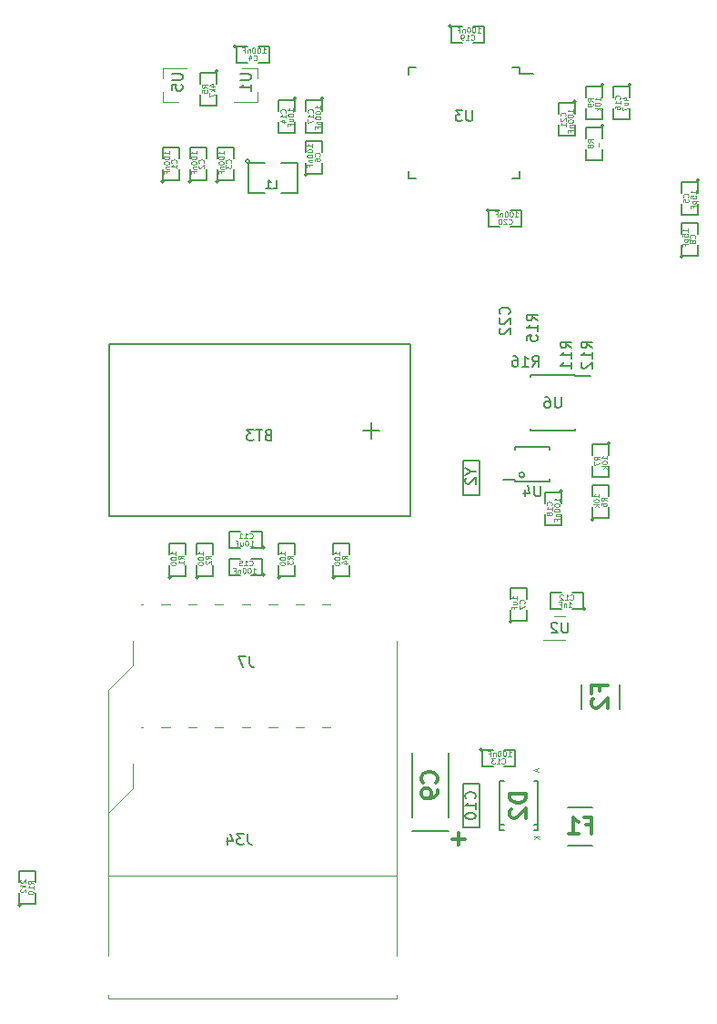
<source format=gbr>
%TF.GenerationSoftware,KiCad,Pcbnew,7.0.5.1-1-g8f565ef7f0-dirty-deb11*%
%TF.CreationDate,2023-07-05T15:03:21+00:00*%
%TF.ProjectId,DATALOGGER01,44415441-4c4f-4474-9745-5230312e6b69,rev?*%
%TF.SameCoordinates,Original*%
%TF.FileFunction,Legend,Bot*%
%TF.FilePolarity,Positive*%
%FSLAX46Y46*%
G04 Gerber Fmt 4.6, Leading zero omitted, Abs format (unit mm)*
G04 Created by KiCad (PCBNEW 7.0.5.1-1-g8f565ef7f0-dirty-deb11) date 2023-07-05 15:03:21*
%MOMM*%
%LPD*%
G01*
G04 APERTURE LIST*
%ADD10C,0.109220*%
%ADD11C,0.150000*%
%ADD12C,0.304800*%
%ADD13C,0.099060*%
%ADD14C,0.127000*%
%ADD15C,0.120000*%
G04 APERTURE END LIST*
D10*
%TO.C,C18*%
X64630650Y46359173D02*
X64654478Y46383001D01*
X64654478Y46383001D02*
X64678305Y46454483D01*
X64678305Y46454483D02*
X64678305Y46502139D01*
X64678305Y46502139D02*
X64654478Y46573622D01*
X64654478Y46573622D02*
X64606822Y46621277D01*
X64606822Y46621277D02*
X64559167Y46645104D01*
X64559167Y46645104D02*
X64463857Y46668932D01*
X64463857Y46668932D02*
X64392374Y46668932D01*
X64392374Y46668932D02*
X64297063Y46645104D01*
X64297063Y46645104D02*
X64249408Y46621277D01*
X64249408Y46621277D02*
X64201753Y46573622D01*
X64201753Y46573622D02*
X64177925Y46502139D01*
X64177925Y46502139D02*
X64177925Y46454483D01*
X64177925Y46454483D02*
X64201753Y46383001D01*
X64201753Y46383001D02*
X64225580Y46359173D01*
X64678305Y45882621D02*
X64678305Y46168552D01*
X64678305Y46025586D02*
X64177925Y46025586D01*
X64177925Y46025586D02*
X64249408Y46073242D01*
X64249408Y46073242D02*
X64297063Y46120897D01*
X64297063Y46120897D02*
X64320891Y46168552D01*
X64392374Y45596690D02*
X64368546Y45644345D01*
X64368546Y45644345D02*
X64344718Y45668172D01*
X64344718Y45668172D02*
X64297063Y45692000D01*
X64297063Y45692000D02*
X64273236Y45692000D01*
X64273236Y45692000D02*
X64225580Y45668172D01*
X64225580Y45668172D02*
X64201753Y45644345D01*
X64201753Y45644345D02*
X64177925Y45596690D01*
X64177925Y45596690D02*
X64177925Y45501379D01*
X64177925Y45501379D02*
X64201753Y45453724D01*
X64201753Y45453724D02*
X64225580Y45429896D01*
X64225580Y45429896D02*
X64273236Y45406069D01*
X64273236Y45406069D02*
X64297063Y45406069D01*
X64297063Y45406069D02*
X64344718Y45429896D01*
X64344718Y45429896D02*
X64368546Y45453724D01*
X64368546Y45453724D02*
X64392374Y45501379D01*
X64392374Y45501379D02*
X64392374Y45596690D01*
X64392374Y45596690D02*
X64416201Y45644345D01*
X64416201Y45644345D02*
X64440029Y45668172D01*
X64440029Y45668172D02*
X64487684Y45692000D01*
X64487684Y45692000D02*
X64582995Y45692000D01*
X64582995Y45692000D02*
X64630650Y45668172D01*
X64630650Y45668172D02*
X64654478Y45644345D01*
X64654478Y45644345D02*
X64678305Y45596690D01*
X64678305Y45596690D02*
X64678305Y45501379D01*
X64678305Y45501379D02*
X64654478Y45453724D01*
X64654478Y45453724D02*
X64630650Y45429896D01*
X64630650Y45429896D02*
X64582995Y45406069D01*
X64582995Y45406069D02*
X64487684Y45406069D01*
X64487684Y45406069D02*
X64440029Y45429896D01*
X64440029Y45429896D02*
X64416201Y45453724D01*
X64416201Y45453724D02*
X64392374Y45501379D01*
X65376805Y46684898D02*
X65376805Y46970829D01*
X65376805Y46827863D02*
X64876425Y46827863D01*
X64876425Y46827863D02*
X64947908Y46875519D01*
X64947908Y46875519D02*
X64995563Y46923174D01*
X64995563Y46923174D02*
X65019391Y46970829D01*
X64876425Y46375139D02*
X64876425Y46327484D01*
X64876425Y46327484D02*
X64900253Y46279828D01*
X64900253Y46279828D02*
X64924080Y46256001D01*
X64924080Y46256001D02*
X64971736Y46232173D01*
X64971736Y46232173D02*
X65067046Y46208346D01*
X65067046Y46208346D02*
X65186184Y46208346D01*
X65186184Y46208346D02*
X65281495Y46232173D01*
X65281495Y46232173D02*
X65329150Y46256001D01*
X65329150Y46256001D02*
X65352978Y46279828D01*
X65352978Y46279828D02*
X65376805Y46327484D01*
X65376805Y46327484D02*
X65376805Y46375139D01*
X65376805Y46375139D02*
X65352978Y46422794D01*
X65352978Y46422794D02*
X65329150Y46446622D01*
X65329150Y46446622D02*
X65281495Y46470449D01*
X65281495Y46470449D02*
X65186184Y46494277D01*
X65186184Y46494277D02*
X65067046Y46494277D01*
X65067046Y46494277D02*
X64971736Y46470449D01*
X64971736Y46470449D02*
X64924080Y46446622D01*
X64924080Y46446622D02*
X64900253Y46422794D01*
X64900253Y46422794D02*
X64876425Y46375139D01*
X64876425Y45898587D02*
X64876425Y45850932D01*
X64876425Y45850932D02*
X64900253Y45803276D01*
X64900253Y45803276D02*
X64924080Y45779449D01*
X64924080Y45779449D02*
X64971736Y45755621D01*
X64971736Y45755621D02*
X65067046Y45731794D01*
X65067046Y45731794D02*
X65186184Y45731794D01*
X65186184Y45731794D02*
X65281495Y45755621D01*
X65281495Y45755621D02*
X65329150Y45779449D01*
X65329150Y45779449D02*
X65352978Y45803276D01*
X65352978Y45803276D02*
X65376805Y45850932D01*
X65376805Y45850932D02*
X65376805Y45898587D01*
X65376805Y45898587D02*
X65352978Y45946242D01*
X65352978Y45946242D02*
X65329150Y45970070D01*
X65329150Y45970070D02*
X65281495Y45993897D01*
X65281495Y45993897D02*
X65186184Y46017725D01*
X65186184Y46017725D02*
X65067046Y46017725D01*
X65067046Y46017725D02*
X64971736Y45993897D01*
X64971736Y45993897D02*
X64924080Y45970070D01*
X64924080Y45970070D02*
X64900253Y45946242D01*
X64900253Y45946242D02*
X64876425Y45898587D01*
X65043218Y45517345D02*
X65376805Y45517345D01*
X65090874Y45517345D02*
X65067046Y45493518D01*
X65067046Y45493518D02*
X65043218Y45445863D01*
X65043218Y45445863D02*
X65043218Y45374380D01*
X65043218Y45374380D02*
X65067046Y45326724D01*
X65067046Y45326724D02*
X65114701Y45302897D01*
X65114701Y45302897D02*
X65376805Y45302897D01*
X65114701Y44897827D02*
X65114701Y45064620D01*
X65376805Y45064620D02*
X64876425Y45064620D01*
X64876425Y45064620D02*
X64876425Y44826344D01*
%TO.C,R1*%
X30388305Y41358397D02*
X30150029Y41525190D01*
X30388305Y41644328D02*
X29887925Y41644328D01*
X29887925Y41644328D02*
X29887925Y41453707D01*
X29887925Y41453707D02*
X29911753Y41406052D01*
X29911753Y41406052D02*
X29935580Y41382225D01*
X29935580Y41382225D02*
X29983236Y41358397D01*
X29983236Y41358397D02*
X30054718Y41358397D01*
X30054718Y41358397D02*
X30102374Y41382225D01*
X30102374Y41382225D02*
X30126201Y41406052D01*
X30126201Y41406052D02*
X30150029Y41453707D01*
X30150029Y41453707D02*
X30150029Y41644328D01*
X30388305Y40881845D02*
X30388305Y41167776D01*
X30388305Y41024810D02*
X29887925Y41024810D01*
X29887925Y41024810D02*
X29959408Y41072466D01*
X29959408Y41072466D02*
X30007063Y41120121D01*
X30007063Y41120121D02*
X30030891Y41167776D01*
X29689805Y41735587D02*
X29689805Y42021518D01*
X29689805Y41878552D02*
X29189425Y41878552D01*
X29189425Y41878552D02*
X29260908Y41926208D01*
X29260908Y41926208D02*
X29308563Y41973863D01*
X29308563Y41973863D02*
X29332391Y42021518D01*
X29189425Y41425828D02*
X29189425Y41378173D01*
X29189425Y41378173D02*
X29213253Y41330517D01*
X29213253Y41330517D02*
X29237080Y41306690D01*
X29237080Y41306690D02*
X29284736Y41282862D01*
X29284736Y41282862D02*
X29380046Y41259035D01*
X29380046Y41259035D02*
X29499184Y41259035D01*
X29499184Y41259035D02*
X29594495Y41282862D01*
X29594495Y41282862D02*
X29642150Y41306690D01*
X29642150Y41306690D02*
X29665978Y41330517D01*
X29665978Y41330517D02*
X29689805Y41378173D01*
X29689805Y41378173D02*
X29689805Y41425828D01*
X29689805Y41425828D02*
X29665978Y41473483D01*
X29665978Y41473483D02*
X29642150Y41497311D01*
X29642150Y41497311D02*
X29594495Y41521138D01*
X29594495Y41521138D02*
X29499184Y41544966D01*
X29499184Y41544966D02*
X29380046Y41544966D01*
X29380046Y41544966D02*
X29284736Y41521138D01*
X29284736Y41521138D02*
X29237080Y41497311D01*
X29237080Y41497311D02*
X29213253Y41473483D01*
X29213253Y41473483D02*
X29189425Y41425828D01*
X29189425Y40949276D02*
X29189425Y40901621D01*
X29189425Y40901621D02*
X29213253Y40853965D01*
X29213253Y40853965D02*
X29237080Y40830138D01*
X29237080Y40830138D02*
X29284736Y40806310D01*
X29284736Y40806310D02*
X29380046Y40782483D01*
X29380046Y40782483D02*
X29499184Y40782483D01*
X29499184Y40782483D02*
X29594495Y40806310D01*
X29594495Y40806310D02*
X29642150Y40830138D01*
X29642150Y40830138D02*
X29665978Y40853965D01*
X29665978Y40853965D02*
X29689805Y40901621D01*
X29689805Y40901621D02*
X29689805Y40949276D01*
X29689805Y40949276D02*
X29665978Y40996931D01*
X29665978Y40996931D02*
X29642150Y41020759D01*
X29642150Y41020759D02*
X29594495Y41044586D01*
X29594495Y41044586D02*
X29499184Y41068414D01*
X29499184Y41068414D02*
X29380046Y41068414D01*
X29380046Y41068414D02*
X29284736Y41044586D01*
X29284736Y41044586D02*
X29237080Y41020759D01*
X29237080Y41020759D02*
X29213253Y40996931D01*
X29213253Y40996931D02*
X29189425Y40949276D01*
%TO.C,C7*%
X62090650Y37230897D02*
X62114478Y37254725D01*
X62114478Y37254725D02*
X62138305Y37326207D01*
X62138305Y37326207D02*
X62138305Y37373863D01*
X62138305Y37373863D02*
X62114478Y37445346D01*
X62114478Y37445346D02*
X62066822Y37493001D01*
X62066822Y37493001D02*
X62019167Y37516828D01*
X62019167Y37516828D02*
X61923857Y37540656D01*
X61923857Y37540656D02*
X61852374Y37540656D01*
X61852374Y37540656D02*
X61757063Y37516828D01*
X61757063Y37516828D02*
X61709408Y37493001D01*
X61709408Y37493001D02*
X61661753Y37445346D01*
X61661753Y37445346D02*
X61637925Y37373863D01*
X61637925Y37373863D02*
X61637925Y37326207D01*
X61637925Y37326207D02*
X61661753Y37254725D01*
X61661753Y37254725D02*
X61685580Y37230897D01*
X61637925Y37064104D02*
X61637925Y36730517D01*
X61637925Y36730517D02*
X62138305Y36944966D01*
X61439805Y37572346D02*
X61439805Y37858277D01*
X61439805Y37715311D02*
X60939425Y37715311D01*
X60939425Y37715311D02*
X61010908Y37762967D01*
X61010908Y37762967D02*
X61058563Y37810622D01*
X61058563Y37810622D02*
X61082391Y37858277D01*
X61106218Y37143449D02*
X61439805Y37143449D01*
X61106218Y37357897D02*
X61368322Y37357897D01*
X61368322Y37357897D02*
X61415978Y37334070D01*
X61415978Y37334070D02*
X61439805Y37286415D01*
X61439805Y37286415D02*
X61439805Y37214932D01*
X61439805Y37214932D02*
X61415978Y37167276D01*
X61415978Y37167276D02*
X61392150Y37143449D01*
X61177701Y36738379D02*
X61177701Y36905172D01*
X61439805Y36905172D02*
X60939425Y36905172D01*
X60939425Y36905172D02*
X60939425Y36666896D01*
%TO.C,R4*%
X45628305Y41358397D02*
X45390029Y41525190D01*
X45628305Y41644328D02*
X45127925Y41644328D01*
X45127925Y41644328D02*
X45127925Y41453707D01*
X45127925Y41453707D02*
X45151753Y41406052D01*
X45151753Y41406052D02*
X45175580Y41382225D01*
X45175580Y41382225D02*
X45223236Y41358397D01*
X45223236Y41358397D02*
X45294718Y41358397D01*
X45294718Y41358397D02*
X45342374Y41382225D01*
X45342374Y41382225D02*
X45366201Y41406052D01*
X45366201Y41406052D02*
X45390029Y41453707D01*
X45390029Y41453707D02*
X45390029Y41644328D01*
X45294718Y40929500D02*
X45628305Y40929500D01*
X45104098Y41048638D02*
X45461512Y41167776D01*
X45461512Y41167776D02*
X45461512Y40858017D01*
X44929805Y41735587D02*
X44929805Y42021518D01*
X44929805Y41878552D02*
X44429425Y41878552D01*
X44429425Y41878552D02*
X44500908Y41926208D01*
X44500908Y41926208D02*
X44548563Y41973863D01*
X44548563Y41973863D02*
X44572391Y42021518D01*
X44429425Y41425828D02*
X44429425Y41378173D01*
X44429425Y41378173D02*
X44453253Y41330517D01*
X44453253Y41330517D02*
X44477080Y41306690D01*
X44477080Y41306690D02*
X44524736Y41282862D01*
X44524736Y41282862D02*
X44620046Y41259035D01*
X44620046Y41259035D02*
X44739184Y41259035D01*
X44739184Y41259035D02*
X44834495Y41282862D01*
X44834495Y41282862D02*
X44882150Y41306690D01*
X44882150Y41306690D02*
X44905978Y41330517D01*
X44905978Y41330517D02*
X44929805Y41378173D01*
X44929805Y41378173D02*
X44929805Y41425828D01*
X44929805Y41425828D02*
X44905978Y41473483D01*
X44905978Y41473483D02*
X44882150Y41497311D01*
X44882150Y41497311D02*
X44834495Y41521138D01*
X44834495Y41521138D02*
X44739184Y41544966D01*
X44739184Y41544966D02*
X44620046Y41544966D01*
X44620046Y41544966D02*
X44524736Y41521138D01*
X44524736Y41521138D02*
X44477080Y41497311D01*
X44477080Y41497311D02*
X44453253Y41473483D01*
X44453253Y41473483D02*
X44429425Y41425828D01*
X44429425Y40949276D02*
X44429425Y40901621D01*
X44429425Y40901621D02*
X44453253Y40853965D01*
X44453253Y40853965D02*
X44477080Y40830138D01*
X44477080Y40830138D02*
X44524736Y40806310D01*
X44524736Y40806310D02*
X44620046Y40782483D01*
X44620046Y40782483D02*
X44739184Y40782483D01*
X44739184Y40782483D02*
X44834495Y40806310D01*
X44834495Y40806310D02*
X44882150Y40830138D01*
X44882150Y40830138D02*
X44905978Y40853965D01*
X44905978Y40853965D02*
X44929805Y40901621D01*
X44929805Y40901621D02*
X44929805Y40949276D01*
X44929805Y40949276D02*
X44905978Y40996931D01*
X44905978Y40996931D02*
X44882150Y41020759D01*
X44882150Y41020759D02*
X44834495Y41044586D01*
X44834495Y41044586D02*
X44739184Y41068414D01*
X44739184Y41068414D02*
X44620046Y41068414D01*
X44620046Y41068414D02*
X44524736Y41044586D01*
X44524736Y41044586D02*
X44477080Y41020759D01*
X44477080Y41020759D02*
X44453253Y40996931D01*
X44453253Y40996931D02*
X44429425Y40949276D01*
%TO.C,C8*%
X77965650Y71203397D02*
X77989478Y71227225D01*
X77989478Y71227225D02*
X78013305Y71298707D01*
X78013305Y71298707D02*
X78013305Y71346363D01*
X78013305Y71346363D02*
X77989478Y71417846D01*
X77989478Y71417846D02*
X77941822Y71465501D01*
X77941822Y71465501D02*
X77894167Y71489328D01*
X77894167Y71489328D02*
X77798857Y71513156D01*
X77798857Y71513156D02*
X77727374Y71513156D01*
X77727374Y71513156D02*
X77632063Y71489328D01*
X77632063Y71489328D02*
X77584408Y71465501D01*
X77584408Y71465501D02*
X77536753Y71417846D01*
X77536753Y71417846D02*
X77512925Y71346363D01*
X77512925Y71346363D02*
X77512925Y71298707D01*
X77512925Y71298707D02*
X77536753Y71227225D01*
X77536753Y71227225D02*
X77560580Y71203397D01*
X77727374Y70917466D02*
X77703546Y70965121D01*
X77703546Y70965121D02*
X77679718Y70988948D01*
X77679718Y70988948D02*
X77632063Y71012776D01*
X77632063Y71012776D02*
X77608236Y71012776D01*
X77608236Y71012776D02*
X77560580Y70988948D01*
X77560580Y70988948D02*
X77536753Y70965121D01*
X77536753Y70965121D02*
X77512925Y70917466D01*
X77512925Y70917466D02*
X77512925Y70822155D01*
X77512925Y70822155D02*
X77536753Y70774500D01*
X77536753Y70774500D02*
X77560580Y70750672D01*
X77560580Y70750672D02*
X77608236Y70726845D01*
X77608236Y70726845D02*
X77632063Y70726845D01*
X77632063Y70726845D02*
X77679718Y70750672D01*
X77679718Y70750672D02*
X77703546Y70774500D01*
X77703546Y70774500D02*
X77727374Y70822155D01*
X77727374Y70822155D02*
X77727374Y70917466D01*
X77727374Y70917466D02*
X77751201Y70965121D01*
X77751201Y70965121D02*
X77775029Y70988948D01*
X77775029Y70988948D02*
X77822684Y71012776D01*
X77822684Y71012776D02*
X77917995Y71012776D01*
X77917995Y71012776D02*
X77965650Y70988948D01*
X77965650Y70988948D02*
X77989478Y70965121D01*
X77989478Y70965121D02*
X78013305Y70917466D01*
X78013305Y70917466D02*
X78013305Y70822155D01*
X78013305Y70822155D02*
X77989478Y70774500D01*
X77989478Y70774500D02*
X77965650Y70750672D01*
X77965650Y70750672D02*
X77917995Y70726845D01*
X77917995Y70726845D02*
X77822684Y70726845D01*
X77822684Y70726845D02*
X77775029Y70750672D01*
X77775029Y70750672D02*
X77751201Y70774500D01*
X77751201Y70774500D02*
X77727374Y70822155D01*
X77314805Y71783122D02*
X77314805Y72069053D01*
X77314805Y71926087D02*
X76814425Y71926087D01*
X76814425Y71926087D02*
X76885908Y71973743D01*
X76885908Y71973743D02*
X76933563Y72021398D01*
X76933563Y72021398D02*
X76957391Y72069053D01*
X76814425Y71330397D02*
X76814425Y71568673D01*
X76814425Y71568673D02*
X77052701Y71592501D01*
X77052701Y71592501D02*
X77028874Y71568673D01*
X77028874Y71568673D02*
X77005046Y71521018D01*
X77005046Y71521018D02*
X77005046Y71401880D01*
X77005046Y71401880D02*
X77028874Y71354225D01*
X77028874Y71354225D02*
X77052701Y71330397D01*
X77052701Y71330397D02*
X77100357Y71306570D01*
X77100357Y71306570D02*
X77219495Y71306570D01*
X77219495Y71306570D02*
X77267150Y71330397D01*
X77267150Y71330397D02*
X77290978Y71354225D01*
X77290978Y71354225D02*
X77314805Y71401880D01*
X77314805Y71401880D02*
X77314805Y71521018D01*
X77314805Y71521018D02*
X77290978Y71568673D01*
X77290978Y71568673D02*
X77267150Y71592501D01*
X76981218Y71092121D02*
X77481598Y71092121D01*
X77005046Y71092121D02*
X76981218Y71044466D01*
X76981218Y71044466D02*
X76981218Y70949156D01*
X76981218Y70949156D02*
X77005046Y70901500D01*
X77005046Y70901500D02*
X77028874Y70877673D01*
X77028874Y70877673D02*
X77076529Y70853845D01*
X77076529Y70853845D02*
X77219495Y70853845D01*
X77219495Y70853845D02*
X77267150Y70877673D01*
X77267150Y70877673D02*
X77290978Y70901500D01*
X77290978Y70901500D02*
X77314805Y70949156D01*
X77314805Y70949156D02*
X77314805Y71044466D01*
X77314805Y71044466D02*
X77290978Y71092121D01*
X77052701Y70472603D02*
X77052701Y70639396D01*
X77314805Y70639396D02*
X76814425Y70639396D01*
X76814425Y70639396D02*
X76814425Y70401120D01*
%TO.C,C5*%
X77330650Y75013397D02*
X77354478Y75037225D01*
X77354478Y75037225D02*
X77378305Y75108707D01*
X77378305Y75108707D02*
X77378305Y75156363D01*
X77378305Y75156363D02*
X77354478Y75227846D01*
X77354478Y75227846D02*
X77306822Y75275501D01*
X77306822Y75275501D02*
X77259167Y75299328D01*
X77259167Y75299328D02*
X77163857Y75323156D01*
X77163857Y75323156D02*
X77092374Y75323156D01*
X77092374Y75323156D02*
X76997063Y75299328D01*
X76997063Y75299328D02*
X76949408Y75275501D01*
X76949408Y75275501D02*
X76901753Y75227846D01*
X76901753Y75227846D02*
X76877925Y75156363D01*
X76877925Y75156363D02*
X76877925Y75108707D01*
X76877925Y75108707D02*
X76901753Y75037225D01*
X76901753Y75037225D02*
X76925580Y75013397D01*
X76877925Y74560672D02*
X76877925Y74798948D01*
X76877925Y74798948D02*
X77116201Y74822776D01*
X77116201Y74822776D02*
X77092374Y74798948D01*
X77092374Y74798948D02*
X77068546Y74751293D01*
X77068546Y74751293D02*
X77068546Y74632155D01*
X77068546Y74632155D02*
X77092374Y74584500D01*
X77092374Y74584500D02*
X77116201Y74560672D01*
X77116201Y74560672D02*
X77163857Y74536845D01*
X77163857Y74536845D02*
X77282995Y74536845D01*
X77282995Y74536845D02*
X77330650Y74560672D01*
X77330650Y74560672D02*
X77354478Y74584500D01*
X77354478Y74584500D02*
X77378305Y74632155D01*
X77378305Y74632155D02*
X77378305Y74751293D01*
X77378305Y74751293D02*
X77354478Y74798948D01*
X77354478Y74798948D02*
X77330650Y74822776D01*
X78076805Y75339122D02*
X78076805Y75625053D01*
X78076805Y75482087D02*
X77576425Y75482087D01*
X77576425Y75482087D02*
X77647908Y75529743D01*
X77647908Y75529743D02*
X77695563Y75577398D01*
X77695563Y75577398D02*
X77719391Y75625053D01*
X77576425Y74886397D02*
X77576425Y75124673D01*
X77576425Y75124673D02*
X77814701Y75148501D01*
X77814701Y75148501D02*
X77790874Y75124673D01*
X77790874Y75124673D02*
X77767046Y75077018D01*
X77767046Y75077018D02*
X77767046Y74957880D01*
X77767046Y74957880D02*
X77790874Y74910225D01*
X77790874Y74910225D02*
X77814701Y74886397D01*
X77814701Y74886397D02*
X77862357Y74862570D01*
X77862357Y74862570D02*
X77981495Y74862570D01*
X77981495Y74862570D02*
X78029150Y74886397D01*
X78029150Y74886397D02*
X78052978Y74910225D01*
X78052978Y74910225D02*
X78076805Y74957880D01*
X78076805Y74957880D02*
X78076805Y75077018D01*
X78076805Y75077018D02*
X78052978Y75124673D01*
X78052978Y75124673D02*
X78029150Y75148501D01*
X77743218Y74648121D02*
X78243598Y74648121D01*
X77767046Y74648121D02*
X77743218Y74600466D01*
X77743218Y74600466D02*
X77743218Y74505156D01*
X77743218Y74505156D02*
X77767046Y74457500D01*
X77767046Y74457500D02*
X77790874Y74433673D01*
X77790874Y74433673D02*
X77838529Y74409845D01*
X77838529Y74409845D02*
X77981495Y74409845D01*
X77981495Y74409845D02*
X78029150Y74433673D01*
X78029150Y74433673D02*
X78052978Y74457500D01*
X78052978Y74457500D02*
X78076805Y74505156D01*
X78076805Y74505156D02*
X78076805Y74600466D01*
X78076805Y74600466D02*
X78052978Y74648121D01*
X77814701Y74028603D02*
X77814701Y74195396D01*
X78076805Y74195396D02*
X77576425Y74195396D01*
X77576425Y74195396D02*
X77576425Y73957120D01*
%TO.C,C16*%
X70980650Y84141673D02*
X71004478Y84165501D01*
X71004478Y84165501D02*
X71028305Y84236983D01*
X71028305Y84236983D02*
X71028305Y84284639D01*
X71028305Y84284639D02*
X71004478Y84356122D01*
X71004478Y84356122D02*
X70956822Y84403777D01*
X70956822Y84403777D02*
X70909167Y84427604D01*
X70909167Y84427604D02*
X70813857Y84451432D01*
X70813857Y84451432D02*
X70742374Y84451432D01*
X70742374Y84451432D02*
X70647063Y84427604D01*
X70647063Y84427604D02*
X70599408Y84403777D01*
X70599408Y84403777D02*
X70551753Y84356122D01*
X70551753Y84356122D02*
X70527925Y84284639D01*
X70527925Y84284639D02*
X70527925Y84236983D01*
X70527925Y84236983D02*
X70551753Y84165501D01*
X70551753Y84165501D02*
X70575580Y84141673D01*
X71028305Y83665121D02*
X71028305Y83951052D01*
X71028305Y83808086D02*
X70527925Y83808086D01*
X70527925Y83808086D02*
X70599408Y83855742D01*
X70599408Y83855742D02*
X70647063Y83903397D01*
X70647063Y83903397D02*
X70670891Y83951052D01*
X70527925Y83236224D02*
X70527925Y83331534D01*
X70527925Y83331534D02*
X70551753Y83379190D01*
X70551753Y83379190D02*
X70575580Y83403017D01*
X70575580Y83403017D02*
X70647063Y83450672D01*
X70647063Y83450672D02*
X70742374Y83474500D01*
X70742374Y83474500D02*
X70932995Y83474500D01*
X70932995Y83474500D02*
X70980650Y83450672D01*
X70980650Y83450672D02*
X71004478Y83426845D01*
X71004478Y83426845D02*
X71028305Y83379190D01*
X71028305Y83379190D02*
X71028305Y83283879D01*
X71028305Y83283879D02*
X71004478Y83236224D01*
X71004478Y83236224D02*
X70980650Y83212396D01*
X70980650Y83212396D02*
X70932995Y83188569D01*
X70932995Y83188569D02*
X70813857Y83188569D01*
X70813857Y83188569D02*
X70766201Y83212396D01*
X70766201Y83212396D02*
X70742374Y83236224D01*
X70742374Y83236224D02*
X70718546Y83283879D01*
X70718546Y83283879D02*
X70718546Y83379190D01*
X70718546Y83379190D02*
X70742374Y83426845D01*
X70742374Y83426845D02*
X70766201Y83450672D01*
X70766201Y83450672D02*
X70813857Y83474500D01*
X71393218Y84062328D02*
X71726805Y84062328D01*
X71202598Y84181466D02*
X71560012Y84300604D01*
X71560012Y84300604D02*
X71560012Y83990845D01*
X71393218Y83585776D02*
X71726805Y83585776D01*
X71393218Y83800224D02*
X71655322Y83800224D01*
X71655322Y83800224D02*
X71702978Y83776397D01*
X71702978Y83776397D02*
X71726805Y83728742D01*
X71726805Y83728742D02*
X71726805Y83657259D01*
X71726805Y83657259D02*
X71702978Y83609603D01*
X71702978Y83609603D02*
X71679150Y83585776D01*
X71226425Y83395155D02*
X71226425Y83061568D01*
X71226425Y83061568D02*
X71726805Y83276017D01*
%TO.C,C17*%
X42405650Y82871673D02*
X42429478Y82895501D01*
X42429478Y82895501D02*
X42453305Y82966983D01*
X42453305Y82966983D02*
X42453305Y83014639D01*
X42453305Y83014639D02*
X42429478Y83086122D01*
X42429478Y83086122D02*
X42381822Y83133777D01*
X42381822Y83133777D02*
X42334167Y83157604D01*
X42334167Y83157604D02*
X42238857Y83181432D01*
X42238857Y83181432D02*
X42167374Y83181432D01*
X42167374Y83181432D02*
X42072063Y83157604D01*
X42072063Y83157604D02*
X42024408Y83133777D01*
X42024408Y83133777D02*
X41976753Y83086122D01*
X41976753Y83086122D02*
X41952925Y83014639D01*
X41952925Y83014639D02*
X41952925Y82966983D01*
X41952925Y82966983D02*
X41976753Y82895501D01*
X41976753Y82895501D02*
X42000580Y82871673D01*
X42453305Y82395121D02*
X42453305Y82681052D01*
X42453305Y82538086D02*
X41952925Y82538086D01*
X41952925Y82538086D02*
X42024408Y82585742D01*
X42024408Y82585742D02*
X42072063Y82633397D01*
X42072063Y82633397D02*
X42095891Y82681052D01*
X41952925Y82228328D02*
X41952925Y81894741D01*
X41952925Y81894741D02*
X42453305Y82109190D01*
X43151805Y83197398D02*
X43151805Y83483329D01*
X43151805Y83340363D02*
X42651425Y83340363D01*
X42651425Y83340363D02*
X42722908Y83388019D01*
X42722908Y83388019D02*
X42770563Y83435674D01*
X42770563Y83435674D02*
X42794391Y83483329D01*
X42651425Y82887639D02*
X42651425Y82839984D01*
X42651425Y82839984D02*
X42675253Y82792328D01*
X42675253Y82792328D02*
X42699080Y82768501D01*
X42699080Y82768501D02*
X42746736Y82744673D01*
X42746736Y82744673D02*
X42842046Y82720846D01*
X42842046Y82720846D02*
X42961184Y82720846D01*
X42961184Y82720846D02*
X43056495Y82744673D01*
X43056495Y82744673D02*
X43104150Y82768501D01*
X43104150Y82768501D02*
X43127978Y82792328D01*
X43127978Y82792328D02*
X43151805Y82839984D01*
X43151805Y82839984D02*
X43151805Y82887639D01*
X43151805Y82887639D02*
X43127978Y82935294D01*
X43127978Y82935294D02*
X43104150Y82959122D01*
X43104150Y82959122D02*
X43056495Y82982949D01*
X43056495Y82982949D02*
X42961184Y83006777D01*
X42961184Y83006777D02*
X42842046Y83006777D01*
X42842046Y83006777D02*
X42746736Y82982949D01*
X42746736Y82982949D02*
X42699080Y82959122D01*
X42699080Y82959122D02*
X42675253Y82935294D01*
X42675253Y82935294D02*
X42651425Y82887639D01*
X42651425Y82411087D02*
X42651425Y82363432D01*
X42651425Y82363432D02*
X42675253Y82315776D01*
X42675253Y82315776D02*
X42699080Y82291949D01*
X42699080Y82291949D02*
X42746736Y82268121D01*
X42746736Y82268121D02*
X42842046Y82244294D01*
X42842046Y82244294D02*
X42961184Y82244294D01*
X42961184Y82244294D02*
X43056495Y82268121D01*
X43056495Y82268121D02*
X43104150Y82291949D01*
X43104150Y82291949D02*
X43127978Y82315776D01*
X43127978Y82315776D02*
X43151805Y82363432D01*
X43151805Y82363432D02*
X43151805Y82411087D01*
X43151805Y82411087D02*
X43127978Y82458742D01*
X43127978Y82458742D02*
X43104150Y82482570D01*
X43104150Y82482570D02*
X43056495Y82506397D01*
X43056495Y82506397D02*
X42961184Y82530225D01*
X42961184Y82530225D02*
X42842046Y82530225D01*
X42842046Y82530225D02*
X42746736Y82506397D01*
X42746736Y82506397D02*
X42699080Y82482570D01*
X42699080Y82482570D02*
X42675253Y82458742D01*
X42675253Y82458742D02*
X42651425Y82411087D01*
X42818218Y82029845D02*
X43151805Y82029845D01*
X42865874Y82029845D02*
X42842046Y82006018D01*
X42842046Y82006018D02*
X42818218Y81958363D01*
X42818218Y81958363D02*
X42818218Y81886880D01*
X42818218Y81886880D02*
X42842046Y81839224D01*
X42842046Y81839224D02*
X42889701Y81815397D01*
X42889701Y81815397D02*
X43151805Y81815397D01*
X42889701Y81410327D02*
X42889701Y81577120D01*
X43151805Y81577120D02*
X42651425Y81577120D01*
X42651425Y81577120D02*
X42651425Y81338844D01*
%TO.C,R8*%
X68488305Y80093397D02*
X68250029Y80260190D01*
X68488305Y80379328D02*
X67987925Y80379328D01*
X67987925Y80379328D02*
X67987925Y80188707D01*
X67987925Y80188707D02*
X68011753Y80141052D01*
X68011753Y80141052D02*
X68035580Y80117225D01*
X68035580Y80117225D02*
X68083236Y80093397D01*
X68083236Y80093397D02*
X68154718Y80093397D01*
X68154718Y80093397D02*
X68202374Y80117225D01*
X68202374Y80117225D02*
X68226201Y80141052D01*
X68226201Y80141052D02*
X68250029Y80188707D01*
X68250029Y80188707D02*
X68250029Y80379328D01*
X68202374Y79807466D02*
X68178546Y79855121D01*
X68178546Y79855121D02*
X68154718Y79878948D01*
X68154718Y79878948D02*
X68107063Y79902776D01*
X68107063Y79902776D02*
X68083236Y79902776D01*
X68083236Y79902776D02*
X68035580Y79878948D01*
X68035580Y79878948D02*
X68011753Y79855121D01*
X68011753Y79855121D02*
X67987925Y79807466D01*
X67987925Y79807466D02*
X67987925Y79712155D01*
X67987925Y79712155D02*
X68011753Y79664500D01*
X68011753Y79664500D02*
X68035580Y79640672D01*
X68035580Y79640672D02*
X68083236Y79616845D01*
X68083236Y79616845D02*
X68107063Y79616845D01*
X68107063Y79616845D02*
X68154718Y79640672D01*
X68154718Y79640672D02*
X68178546Y79664500D01*
X68178546Y79664500D02*
X68202374Y79712155D01*
X68202374Y79712155D02*
X68202374Y79807466D01*
X68202374Y79807466D02*
X68226201Y79855121D01*
X68226201Y79855121D02*
X68250029Y79878948D01*
X68250029Y79878948D02*
X68297684Y79902776D01*
X68297684Y79902776D02*
X68392995Y79902776D01*
X68392995Y79902776D02*
X68440650Y79878948D01*
X68440650Y79878948D02*
X68464478Y79855121D01*
X68464478Y79855121D02*
X68488305Y79807466D01*
X68488305Y79807466D02*
X68488305Y79712155D01*
X68488305Y79712155D02*
X68464478Y79664500D01*
X68464478Y79664500D02*
X68440650Y79640672D01*
X68440650Y79640672D02*
X68392995Y79616845D01*
X68392995Y79616845D02*
X68297684Y79616845D01*
X68297684Y79616845D02*
X68250029Y79640672D01*
X68250029Y79640672D02*
X68226201Y79664500D01*
X68226201Y79664500D02*
X68202374Y79712155D01*
X68996184Y80073621D02*
X68996184Y79692379D01*
%TO.C,R9*%
X68488305Y83903397D02*
X68250029Y84070190D01*
X68488305Y84189328D02*
X67987925Y84189328D01*
X67987925Y84189328D02*
X67987925Y83998707D01*
X67987925Y83998707D02*
X68011753Y83951052D01*
X68011753Y83951052D02*
X68035580Y83927225D01*
X68035580Y83927225D02*
X68083236Y83903397D01*
X68083236Y83903397D02*
X68154718Y83903397D01*
X68154718Y83903397D02*
X68202374Y83927225D01*
X68202374Y83927225D02*
X68226201Y83951052D01*
X68226201Y83951052D02*
X68250029Y83998707D01*
X68250029Y83998707D02*
X68250029Y84189328D01*
X68488305Y83665121D02*
X68488305Y83569810D01*
X68488305Y83569810D02*
X68464478Y83522155D01*
X68464478Y83522155D02*
X68440650Y83498327D01*
X68440650Y83498327D02*
X68369167Y83450672D01*
X68369167Y83450672D02*
X68273857Y83426845D01*
X68273857Y83426845D02*
X68083236Y83426845D01*
X68083236Y83426845D02*
X68035580Y83450672D01*
X68035580Y83450672D02*
X68011753Y83474500D01*
X68011753Y83474500D02*
X67987925Y83522155D01*
X67987925Y83522155D02*
X67987925Y83617466D01*
X67987925Y83617466D02*
X68011753Y83665121D01*
X68011753Y83665121D02*
X68035580Y83688948D01*
X68035580Y83688948D02*
X68083236Y83712776D01*
X68083236Y83712776D02*
X68202374Y83712776D01*
X68202374Y83712776D02*
X68250029Y83688948D01*
X68250029Y83688948D02*
X68273857Y83665121D01*
X68273857Y83665121D02*
X68297684Y83617466D01*
X68297684Y83617466D02*
X68297684Y83522155D01*
X68297684Y83522155D02*
X68273857Y83474500D01*
X68273857Y83474500D02*
X68250029Y83450672D01*
X68250029Y83450672D02*
X68202374Y83426845D01*
X69186805Y83990846D02*
X69186805Y84276777D01*
X69186805Y84133811D02*
X68686425Y84133811D01*
X68686425Y84133811D02*
X68757908Y84181467D01*
X68757908Y84181467D02*
X68805563Y84229122D01*
X68805563Y84229122D02*
X68829391Y84276777D01*
X68686425Y83681087D02*
X68686425Y83633432D01*
X68686425Y83633432D02*
X68710253Y83585776D01*
X68710253Y83585776D02*
X68734080Y83561949D01*
X68734080Y83561949D02*
X68781736Y83538121D01*
X68781736Y83538121D02*
X68877046Y83514294D01*
X68877046Y83514294D02*
X68996184Y83514294D01*
X68996184Y83514294D02*
X69091495Y83538121D01*
X69091495Y83538121D02*
X69139150Y83561949D01*
X69139150Y83561949D02*
X69162978Y83585776D01*
X69162978Y83585776D02*
X69186805Y83633432D01*
X69186805Y83633432D02*
X69186805Y83681087D01*
X69186805Y83681087D02*
X69162978Y83728742D01*
X69162978Y83728742D02*
X69139150Y83752570D01*
X69139150Y83752570D02*
X69091495Y83776397D01*
X69091495Y83776397D02*
X68996184Y83800225D01*
X68996184Y83800225D02*
X68877046Y83800225D01*
X68877046Y83800225D02*
X68781736Y83776397D01*
X68781736Y83776397D02*
X68734080Y83752570D01*
X68734080Y83752570D02*
X68710253Y83728742D01*
X68710253Y83728742D02*
X68686425Y83681087D01*
X69186805Y83299845D02*
X68686425Y83299845D01*
X68996184Y83252190D02*
X69186805Y83109224D01*
X68853218Y83109224D02*
X69043839Y83299845D01*
D11*
%TO.C,U4*%
X63626904Y48160181D02*
X63626904Y47350658D01*
X63626904Y47350658D02*
X63579285Y47255420D01*
X63579285Y47255420D02*
X63531666Y47207800D01*
X63531666Y47207800D02*
X63436428Y47160181D01*
X63436428Y47160181D02*
X63245952Y47160181D01*
X63245952Y47160181D02*
X63150714Y47207800D01*
X63150714Y47207800D02*
X63103095Y47255420D01*
X63103095Y47255420D02*
X63055476Y47350658D01*
X63055476Y47350658D02*
X63055476Y48160181D01*
X62150714Y47826848D02*
X62150714Y47160181D01*
X62388809Y48207800D02*
X62626904Y47493515D01*
X62626904Y47493515D02*
X62007857Y47493515D01*
D10*
%TO.C,C1*%
X29705650Y78188397D02*
X29729478Y78212225D01*
X29729478Y78212225D02*
X29753305Y78283707D01*
X29753305Y78283707D02*
X29753305Y78331363D01*
X29753305Y78331363D02*
X29729478Y78402846D01*
X29729478Y78402846D02*
X29681822Y78450501D01*
X29681822Y78450501D02*
X29634167Y78474328D01*
X29634167Y78474328D02*
X29538857Y78498156D01*
X29538857Y78498156D02*
X29467374Y78498156D01*
X29467374Y78498156D02*
X29372063Y78474328D01*
X29372063Y78474328D02*
X29324408Y78450501D01*
X29324408Y78450501D02*
X29276753Y78402846D01*
X29276753Y78402846D02*
X29252925Y78331363D01*
X29252925Y78331363D02*
X29252925Y78283707D01*
X29252925Y78283707D02*
X29276753Y78212225D01*
X29276753Y78212225D02*
X29300580Y78188397D01*
X29753305Y77711845D02*
X29753305Y77997776D01*
X29753305Y77854810D02*
X29252925Y77854810D01*
X29252925Y77854810D02*
X29324408Y77902466D01*
X29324408Y77902466D02*
X29372063Y77950121D01*
X29372063Y77950121D02*
X29395891Y77997776D01*
X29054805Y79006398D02*
X29054805Y79292329D01*
X29054805Y79149363D02*
X28554425Y79149363D01*
X28554425Y79149363D02*
X28625908Y79197019D01*
X28625908Y79197019D02*
X28673563Y79244674D01*
X28673563Y79244674D02*
X28697391Y79292329D01*
X28554425Y78696639D02*
X28554425Y78648984D01*
X28554425Y78648984D02*
X28578253Y78601328D01*
X28578253Y78601328D02*
X28602080Y78577501D01*
X28602080Y78577501D02*
X28649736Y78553673D01*
X28649736Y78553673D02*
X28745046Y78529846D01*
X28745046Y78529846D02*
X28864184Y78529846D01*
X28864184Y78529846D02*
X28959495Y78553673D01*
X28959495Y78553673D02*
X29007150Y78577501D01*
X29007150Y78577501D02*
X29030978Y78601328D01*
X29030978Y78601328D02*
X29054805Y78648984D01*
X29054805Y78648984D02*
X29054805Y78696639D01*
X29054805Y78696639D02*
X29030978Y78744294D01*
X29030978Y78744294D02*
X29007150Y78768122D01*
X29007150Y78768122D02*
X28959495Y78791949D01*
X28959495Y78791949D02*
X28864184Y78815777D01*
X28864184Y78815777D02*
X28745046Y78815777D01*
X28745046Y78815777D02*
X28649736Y78791949D01*
X28649736Y78791949D02*
X28602080Y78768122D01*
X28602080Y78768122D02*
X28578253Y78744294D01*
X28578253Y78744294D02*
X28554425Y78696639D01*
X28554425Y78220087D02*
X28554425Y78172432D01*
X28554425Y78172432D02*
X28578253Y78124776D01*
X28578253Y78124776D02*
X28602080Y78100949D01*
X28602080Y78100949D02*
X28649736Y78077121D01*
X28649736Y78077121D02*
X28745046Y78053294D01*
X28745046Y78053294D02*
X28864184Y78053294D01*
X28864184Y78053294D02*
X28959495Y78077121D01*
X28959495Y78077121D02*
X29007150Y78100949D01*
X29007150Y78100949D02*
X29030978Y78124776D01*
X29030978Y78124776D02*
X29054805Y78172432D01*
X29054805Y78172432D02*
X29054805Y78220087D01*
X29054805Y78220087D02*
X29030978Y78267742D01*
X29030978Y78267742D02*
X29007150Y78291570D01*
X29007150Y78291570D02*
X28959495Y78315397D01*
X28959495Y78315397D02*
X28864184Y78339225D01*
X28864184Y78339225D02*
X28745046Y78339225D01*
X28745046Y78339225D02*
X28649736Y78315397D01*
X28649736Y78315397D02*
X28602080Y78291570D01*
X28602080Y78291570D02*
X28578253Y78267742D01*
X28578253Y78267742D02*
X28554425Y78220087D01*
X28721218Y77838845D02*
X29054805Y77838845D01*
X28768874Y77838845D02*
X28745046Y77815018D01*
X28745046Y77815018D02*
X28721218Y77767363D01*
X28721218Y77767363D02*
X28721218Y77695880D01*
X28721218Y77695880D02*
X28745046Y77648224D01*
X28745046Y77648224D02*
X28792701Y77624397D01*
X28792701Y77624397D02*
X29054805Y77624397D01*
X28792701Y77219327D02*
X28792701Y77386120D01*
X29054805Y77386120D02*
X28554425Y77386120D01*
X28554425Y77386120D02*
X28554425Y77147844D01*
%TO.C,C2*%
X32245650Y78188397D02*
X32269478Y78212225D01*
X32269478Y78212225D02*
X32293305Y78283707D01*
X32293305Y78283707D02*
X32293305Y78331363D01*
X32293305Y78331363D02*
X32269478Y78402846D01*
X32269478Y78402846D02*
X32221822Y78450501D01*
X32221822Y78450501D02*
X32174167Y78474328D01*
X32174167Y78474328D02*
X32078857Y78498156D01*
X32078857Y78498156D02*
X32007374Y78498156D01*
X32007374Y78498156D02*
X31912063Y78474328D01*
X31912063Y78474328D02*
X31864408Y78450501D01*
X31864408Y78450501D02*
X31816753Y78402846D01*
X31816753Y78402846D02*
X31792925Y78331363D01*
X31792925Y78331363D02*
X31792925Y78283707D01*
X31792925Y78283707D02*
X31816753Y78212225D01*
X31816753Y78212225D02*
X31840580Y78188397D01*
X31840580Y77997776D02*
X31816753Y77973948D01*
X31816753Y77973948D02*
X31792925Y77926293D01*
X31792925Y77926293D02*
X31792925Y77807155D01*
X31792925Y77807155D02*
X31816753Y77759500D01*
X31816753Y77759500D02*
X31840580Y77735672D01*
X31840580Y77735672D02*
X31888236Y77711845D01*
X31888236Y77711845D02*
X31935891Y77711845D01*
X31935891Y77711845D02*
X32007374Y77735672D01*
X32007374Y77735672D02*
X32293305Y78021604D01*
X32293305Y78021604D02*
X32293305Y77711845D01*
X31594805Y79006398D02*
X31594805Y79292329D01*
X31594805Y79149363D02*
X31094425Y79149363D01*
X31094425Y79149363D02*
X31165908Y79197019D01*
X31165908Y79197019D02*
X31213563Y79244674D01*
X31213563Y79244674D02*
X31237391Y79292329D01*
X31094425Y78696639D02*
X31094425Y78648984D01*
X31094425Y78648984D02*
X31118253Y78601328D01*
X31118253Y78601328D02*
X31142080Y78577501D01*
X31142080Y78577501D02*
X31189736Y78553673D01*
X31189736Y78553673D02*
X31285046Y78529846D01*
X31285046Y78529846D02*
X31404184Y78529846D01*
X31404184Y78529846D02*
X31499495Y78553673D01*
X31499495Y78553673D02*
X31547150Y78577501D01*
X31547150Y78577501D02*
X31570978Y78601328D01*
X31570978Y78601328D02*
X31594805Y78648984D01*
X31594805Y78648984D02*
X31594805Y78696639D01*
X31594805Y78696639D02*
X31570978Y78744294D01*
X31570978Y78744294D02*
X31547150Y78768122D01*
X31547150Y78768122D02*
X31499495Y78791949D01*
X31499495Y78791949D02*
X31404184Y78815777D01*
X31404184Y78815777D02*
X31285046Y78815777D01*
X31285046Y78815777D02*
X31189736Y78791949D01*
X31189736Y78791949D02*
X31142080Y78768122D01*
X31142080Y78768122D02*
X31118253Y78744294D01*
X31118253Y78744294D02*
X31094425Y78696639D01*
X31094425Y78220087D02*
X31094425Y78172432D01*
X31094425Y78172432D02*
X31118253Y78124776D01*
X31118253Y78124776D02*
X31142080Y78100949D01*
X31142080Y78100949D02*
X31189736Y78077121D01*
X31189736Y78077121D02*
X31285046Y78053294D01*
X31285046Y78053294D02*
X31404184Y78053294D01*
X31404184Y78053294D02*
X31499495Y78077121D01*
X31499495Y78077121D02*
X31547150Y78100949D01*
X31547150Y78100949D02*
X31570978Y78124776D01*
X31570978Y78124776D02*
X31594805Y78172432D01*
X31594805Y78172432D02*
X31594805Y78220087D01*
X31594805Y78220087D02*
X31570978Y78267742D01*
X31570978Y78267742D02*
X31547150Y78291570D01*
X31547150Y78291570D02*
X31499495Y78315397D01*
X31499495Y78315397D02*
X31404184Y78339225D01*
X31404184Y78339225D02*
X31285046Y78339225D01*
X31285046Y78339225D02*
X31189736Y78315397D01*
X31189736Y78315397D02*
X31142080Y78291570D01*
X31142080Y78291570D02*
X31118253Y78267742D01*
X31118253Y78267742D02*
X31094425Y78220087D01*
X31261218Y77838845D02*
X31594805Y77838845D01*
X31308874Y77838845D02*
X31285046Y77815018D01*
X31285046Y77815018D02*
X31261218Y77767363D01*
X31261218Y77767363D02*
X31261218Y77695880D01*
X31261218Y77695880D02*
X31285046Y77648224D01*
X31285046Y77648224D02*
X31332701Y77624397D01*
X31332701Y77624397D02*
X31594805Y77624397D01*
X31332701Y77219327D02*
X31332701Y77386120D01*
X31594805Y77386120D02*
X31094425Y77386120D01*
X31094425Y77386120D02*
X31094425Y77147844D01*
%TO.C,C3*%
X34785650Y78188397D02*
X34809478Y78212225D01*
X34809478Y78212225D02*
X34833305Y78283707D01*
X34833305Y78283707D02*
X34833305Y78331363D01*
X34833305Y78331363D02*
X34809478Y78402846D01*
X34809478Y78402846D02*
X34761822Y78450501D01*
X34761822Y78450501D02*
X34714167Y78474328D01*
X34714167Y78474328D02*
X34618857Y78498156D01*
X34618857Y78498156D02*
X34547374Y78498156D01*
X34547374Y78498156D02*
X34452063Y78474328D01*
X34452063Y78474328D02*
X34404408Y78450501D01*
X34404408Y78450501D02*
X34356753Y78402846D01*
X34356753Y78402846D02*
X34332925Y78331363D01*
X34332925Y78331363D02*
X34332925Y78283707D01*
X34332925Y78283707D02*
X34356753Y78212225D01*
X34356753Y78212225D02*
X34380580Y78188397D01*
X34332925Y78021604D02*
X34332925Y77711845D01*
X34332925Y77711845D02*
X34523546Y77878638D01*
X34523546Y77878638D02*
X34523546Y77807155D01*
X34523546Y77807155D02*
X34547374Y77759500D01*
X34547374Y77759500D02*
X34571201Y77735672D01*
X34571201Y77735672D02*
X34618857Y77711845D01*
X34618857Y77711845D02*
X34737995Y77711845D01*
X34737995Y77711845D02*
X34785650Y77735672D01*
X34785650Y77735672D02*
X34809478Y77759500D01*
X34809478Y77759500D02*
X34833305Y77807155D01*
X34833305Y77807155D02*
X34833305Y77950121D01*
X34833305Y77950121D02*
X34809478Y77997776D01*
X34809478Y77997776D02*
X34785650Y78021604D01*
X34134805Y79006398D02*
X34134805Y79292329D01*
X34134805Y79149363D02*
X33634425Y79149363D01*
X33634425Y79149363D02*
X33705908Y79197019D01*
X33705908Y79197019D02*
X33753563Y79244674D01*
X33753563Y79244674D02*
X33777391Y79292329D01*
X33634425Y78696639D02*
X33634425Y78648984D01*
X33634425Y78648984D02*
X33658253Y78601328D01*
X33658253Y78601328D02*
X33682080Y78577501D01*
X33682080Y78577501D02*
X33729736Y78553673D01*
X33729736Y78553673D02*
X33825046Y78529846D01*
X33825046Y78529846D02*
X33944184Y78529846D01*
X33944184Y78529846D02*
X34039495Y78553673D01*
X34039495Y78553673D02*
X34087150Y78577501D01*
X34087150Y78577501D02*
X34110978Y78601328D01*
X34110978Y78601328D02*
X34134805Y78648984D01*
X34134805Y78648984D02*
X34134805Y78696639D01*
X34134805Y78696639D02*
X34110978Y78744294D01*
X34110978Y78744294D02*
X34087150Y78768122D01*
X34087150Y78768122D02*
X34039495Y78791949D01*
X34039495Y78791949D02*
X33944184Y78815777D01*
X33944184Y78815777D02*
X33825046Y78815777D01*
X33825046Y78815777D02*
X33729736Y78791949D01*
X33729736Y78791949D02*
X33682080Y78768122D01*
X33682080Y78768122D02*
X33658253Y78744294D01*
X33658253Y78744294D02*
X33634425Y78696639D01*
X33634425Y78220087D02*
X33634425Y78172432D01*
X33634425Y78172432D02*
X33658253Y78124776D01*
X33658253Y78124776D02*
X33682080Y78100949D01*
X33682080Y78100949D02*
X33729736Y78077121D01*
X33729736Y78077121D02*
X33825046Y78053294D01*
X33825046Y78053294D02*
X33944184Y78053294D01*
X33944184Y78053294D02*
X34039495Y78077121D01*
X34039495Y78077121D02*
X34087150Y78100949D01*
X34087150Y78100949D02*
X34110978Y78124776D01*
X34110978Y78124776D02*
X34134805Y78172432D01*
X34134805Y78172432D02*
X34134805Y78220087D01*
X34134805Y78220087D02*
X34110978Y78267742D01*
X34110978Y78267742D02*
X34087150Y78291570D01*
X34087150Y78291570D02*
X34039495Y78315397D01*
X34039495Y78315397D02*
X33944184Y78339225D01*
X33944184Y78339225D02*
X33825046Y78339225D01*
X33825046Y78339225D02*
X33729736Y78315397D01*
X33729736Y78315397D02*
X33682080Y78291570D01*
X33682080Y78291570D02*
X33658253Y78267742D01*
X33658253Y78267742D02*
X33634425Y78220087D01*
X33801218Y77838845D02*
X34134805Y77838845D01*
X33848874Y77838845D02*
X33825046Y77815018D01*
X33825046Y77815018D02*
X33801218Y77767363D01*
X33801218Y77767363D02*
X33801218Y77695880D01*
X33801218Y77695880D02*
X33825046Y77648224D01*
X33825046Y77648224D02*
X33872701Y77624397D01*
X33872701Y77624397D02*
X34134805Y77624397D01*
X33872701Y77219327D02*
X33872701Y77386120D01*
X34134805Y77386120D02*
X33634425Y77386120D01*
X33634425Y77386120D02*
X33634425Y77147844D01*
%TO.C,C4*%
X36913396Y87769350D02*
X36937224Y87745522D01*
X36937224Y87745522D02*
X37008706Y87721695D01*
X37008706Y87721695D02*
X37056362Y87721695D01*
X37056362Y87721695D02*
X37127845Y87745522D01*
X37127845Y87745522D02*
X37175500Y87793178D01*
X37175500Y87793178D02*
X37199327Y87840833D01*
X37199327Y87840833D02*
X37223155Y87936143D01*
X37223155Y87936143D02*
X37223155Y88007626D01*
X37223155Y88007626D02*
X37199327Y88102937D01*
X37199327Y88102937D02*
X37175500Y88150592D01*
X37175500Y88150592D02*
X37127845Y88198247D01*
X37127845Y88198247D02*
X37056362Y88222075D01*
X37056362Y88222075D02*
X37008706Y88222075D01*
X37008706Y88222075D02*
X36937224Y88198247D01*
X36937224Y88198247D02*
X36913396Y88174420D01*
X36484499Y88055282D02*
X36484499Y87721695D01*
X36603637Y88245902D02*
X36722775Y87888488D01*
X36722775Y87888488D02*
X36413016Y87888488D01*
X37731397Y88420195D02*
X38017328Y88420195D01*
X37874362Y88420195D02*
X37874362Y88920575D01*
X37874362Y88920575D02*
X37922018Y88849092D01*
X37922018Y88849092D02*
X37969673Y88801437D01*
X37969673Y88801437D02*
X38017328Y88777609D01*
X37421638Y88920575D02*
X37373983Y88920575D01*
X37373983Y88920575D02*
X37326327Y88896747D01*
X37326327Y88896747D02*
X37302500Y88872920D01*
X37302500Y88872920D02*
X37278672Y88825264D01*
X37278672Y88825264D02*
X37254845Y88729954D01*
X37254845Y88729954D02*
X37254845Y88610816D01*
X37254845Y88610816D02*
X37278672Y88515505D01*
X37278672Y88515505D02*
X37302500Y88467850D01*
X37302500Y88467850D02*
X37326327Y88444022D01*
X37326327Y88444022D02*
X37373983Y88420195D01*
X37373983Y88420195D02*
X37421638Y88420195D01*
X37421638Y88420195D02*
X37469293Y88444022D01*
X37469293Y88444022D02*
X37493121Y88467850D01*
X37493121Y88467850D02*
X37516948Y88515505D01*
X37516948Y88515505D02*
X37540776Y88610816D01*
X37540776Y88610816D02*
X37540776Y88729954D01*
X37540776Y88729954D02*
X37516948Y88825264D01*
X37516948Y88825264D02*
X37493121Y88872920D01*
X37493121Y88872920D02*
X37469293Y88896747D01*
X37469293Y88896747D02*
X37421638Y88920575D01*
X36945086Y88920575D02*
X36897431Y88920575D01*
X36897431Y88920575D02*
X36849775Y88896747D01*
X36849775Y88896747D02*
X36825948Y88872920D01*
X36825948Y88872920D02*
X36802120Y88825264D01*
X36802120Y88825264D02*
X36778293Y88729954D01*
X36778293Y88729954D02*
X36778293Y88610816D01*
X36778293Y88610816D02*
X36802120Y88515505D01*
X36802120Y88515505D02*
X36825948Y88467850D01*
X36825948Y88467850D02*
X36849775Y88444022D01*
X36849775Y88444022D02*
X36897431Y88420195D01*
X36897431Y88420195D02*
X36945086Y88420195D01*
X36945086Y88420195D02*
X36992741Y88444022D01*
X36992741Y88444022D02*
X37016569Y88467850D01*
X37016569Y88467850D02*
X37040396Y88515505D01*
X37040396Y88515505D02*
X37064224Y88610816D01*
X37064224Y88610816D02*
X37064224Y88729954D01*
X37064224Y88729954D02*
X37040396Y88825264D01*
X37040396Y88825264D02*
X37016569Y88872920D01*
X37016569Y88872920D02*
X36992741Y88896747D01*
X36992741Y88896747D02*
X36945086Y88920575D01*
X36563844Y88753782D02*
X36563844Y88420195D01*
X36563844Y88706126D02*
X36540017Y88729954D01*
X36540017Y88729954D02*
X36492362Y88753782D01*
X36492362Y88753782D02*
X36420879Y88753782D01*
X36420879Y88753782D02*
X36373223Y88729954D01*
X36373223Y88729954D02*
X36349396Y88682299D01*
X36349396Y88682299D02*
X36349396Y88420195D01*
X35944326Y88682299D02*
X36111119Y88682299D01*
X36111119Y88420195D02*
X36111119Y88920575D01*
X36111119Y88920575D02*
X35872843Y88920575D01*
%TO.C,C6*%
X43040650Y78823397D02*
X43064478Y78847225D01*
X43064478Y78847225D02*
X43088305Y78918707D01*
X43088305Y78918707D02*
X43088305Y78966363D01*
X43088305Y78966363D02*
X43064478Y79037846D01*
X43064478Y79037846D02*
X43016822Y79085501D01*
X43016822Y79085501D02*
X42969167Y79109328D01*
X42969167Y79109328D02*
X42873857Y79133156D01*
X42873857Y79133156D02*
X42802374Y79133156D01*
X42802374Y79133156D02*
X42707063Y79109328D01*
X42707063Y79109328D02*
X42659408Y79085501D01*
X42659408Y79085501D02*
X42611753Y79037846D01*
X42611753Y79037846D02*
X42587925Y78966363D01*
X42587925Y78966363D02*
X42587925Y78918707D01*
X42587925Y78918707D02*
X42611753Y78847225D01*
X42611753Y78847225D02*
X42635580Y78823397D01*
X42587925Y78394500D02*
X42587925Y78489810D01*
X42587925Y78489810D02*
X42611753Y78537466D01*
X42611753Y78537466D02*
X42635580Y78561293D01*
X42635580Y78561293D02*
X42707063Y78608948D01*
X42707063Y78608948D02*
X42802374Y78632776D01*
X42802374Y78632776D02*
X42992995Y78632776D01*
X42992995Y78632776D02*
X43040650Y78608948D01*
X43040650Y78608948D02*
X43064478Y78585121D01*
X43064478Y78585121D02*
X43088305Y78537466D01*
X43088305Y78537466D02*
X43088305Y78442155D01*
X43088305Y78442155D02*
X43064478Y78394500D01*
X43064478Y78394500D02*
X43040650Y78370672D01*
X43040650Y78370672D02*
X42992995Y78346845D01*
X42992995Y78346845D02*
X42873857Y78346845D01*
X42873857Y78346845D02*
X42826201Y78370672D01*
X42826201Y78370672D02*
X42802374Y78394500D01*
X42802374Y78394500D02*
X42778546Y78442155D01*
X42778546Y78442155D02*
X42778546Y78537466D01*
X42778546Y78537466D02*
X42802374Y78585121D01*
X42802374Y78585121D02*
X42826201Y78608948D01*
X42826201Y78608948D02*
X42873857Y78632776D01*
X42389805Y79641398D02*
X42389805Y79927329D01*
X42389805Y79784363D02*
X41889425Y79784363D01*
X41889425Y79784363D02*
X41960908Y79832019D01*
X41960908Y79832019D02*
X42008563Y79879674D01*
X42008563Y79879674D02*
X42032391Y79927329D01*
X41889425Y79331639D02*
X41889425Y79283984D01*
X41889425Y79283984D02*
X41913253Y79236328D01*
X41913253Y79236328D02*
X41937080Y79212501D01*
X41937080Y79212501D02*
X41984736Y79188673D01*
X41984736Y79188673D02*
X42080046Y79164846D01*
X42080046Y79164846D02*
X42199184Y79164846D01*
X42199184Y79164846D02*
X42294495Y79188673D01*
X42294495Y79188673D02*
X42342150Y79212501D01*
X42342150Y79212501D02*
X42365978Y79236328D01*
X42365978Y79236328D02*
X42389805Y79283984D01*
X42389805Y79283984D02*
X42389805Y79331639D01*
X42389805Y79331639D02*
X42365978Y79379294D01*
X42365978Y79379294D02*
X42342150Y79403122D01*
X42342150Y79403122D02*
X42294495Y79426949D01*
X42294495Y79426949D02*
X42199184Y79450777D01*
X42199184Y79450777D02*
X42080046Y79450777D01*
X42080046Y79450777D02*
X41984736Y79426949D01*
X41984736Y79426949D02*
X41937080Y79403122D01*
X41937080Y79403122D02*
X41913253Y79379294D01*
X41913253Y79379294D02*
X41889425Y79331639D01*
X41889425Y78855087D02*
X41889425Y78807432D01*
X41889425Y78807432D02*
X41913253Y78759776D01*
X41913253Y78759776D02*
X41937080Y78735949D01*
X41937080Y78735949D02*
X41984736Y78712121D01*
X41984736Y78712121D02*
X42080046Y78688294D01*
X42080046Y78688294D02*
X42199184Y78688294D01*
X42199184Y78688294D02*
X42294495Y78712121D01*
X42294495Y78712121D02*
X42342150Y78735949D01*
X42342150Y78735949D02*
X42365978Y78759776D01*
X42365978Y78759776D02*
X42389805Y78807432D01*
X42389805Y78807432D02*
X42389805Y78855087D01*
X42389805Y78855087D02*
X42365978Y78902742D01*
X42365978Y78902742D02*
X42342150Y78926570D01*
X42342150Y78926570D02*
X42294495Y78950397D01*
X42294495Y78950397D02*
X42199184Y78974225D01*
X42199184Y78974225D02*
X42080046Y78974225D01*
X42080046Y78974225D02*
X41984736Y78950397D01*
X41984736Y78950397D02*
X41937080Y78926570D01*
X41937080Y78926570D02*
X41913253Y78902742D01*
X41913253Y78902742D02*
X41889425Y78855087D01*
X42056218Y78473845D02*
X42389805Y78473845D01*
X42103874Y78473845D02*
X42080046Y78450018D01*
X42080046Y78450018D02*
X42056218Y78402363D01*
X42056218Y78402363D02*
X42056218Y78330880D01*
X42056218Y78330880D02*
X42080046Y78283224D01*
X42080046Y78283224D02*
X42127701Y78259397D01*
X42127701Y78259397D02*
X42389805Y78259397D01*
X42127701Y77854327D02*
X42127701Y78021120D01*
X42389805Y78021120D02*
X41889425Y78021120D01*
X41889425Y78021120D02*
X41889425Y77782844D01*
D12*
%TO.C,C9*%
X53884038Y20574000D02*
X53956610Y20646572D01*
X53956610Y20646572D02*
X54029181Y20864286D01*
X54029181Y20864286D02*
X54029181Y21009429D01*
X54029181Y21009429D02*
X53956610Y21227143D01*
X53956610Y21227143D02*
X53811467Y21372286D01*
X53811467Y21372286D02*
X53666324Y21444857D01*
X53666324Y21444857D02*
X53376038Y21517429D01*
X53376038Y21517429D02*
X53158324Y21517429D01*
X53158324Y21517429D02*
X52868038Y21444857D01*
X52868038Y21444857D02*
X52722895Y21372286D01*
X52722895Y21372286D02*
X52577752Y21227143D01*
X52577752Y21227143D02*
X52505181Y21009429D01*
X52505181Y21009429D02*
X52505181Y20864286D01*
X52505181Y20864286D02*
X52577752Y20646572D01*
X52577752Y20646572D02*
X52650324Y20574000D01*
X54029181Y19848286D02*
X54029181Y19558000D01*
X54029181Y19558000D02*
X53956610Y19412857D01*
X53956610Y19412857D02*
X53884038Y19340286D01*
X53884038Y19340286D02*
X53666324Y19195143D01*
X53666324Y19195143D02*
X53376038Y19122572D01*
X53376038Y19122572D02*
X52795467Y19122572D01*
X52795467Y19122572D02*
X52650324Y19195143D01*
X52650324Y19195143D02*
X52577752Y19267714D01*
X52577752Y19267714D02*
X52505181Y19412857D01*
X52505181Y19412857D02*
X52505181Y19703143D01*
X52505181Y19703143D02*
X52577752Y19848286D01*
X52577752Y19848286D02*
X52650324Y19920857D01*
X52650324Y19920857D02*
X52795467Y19993429D01*
X52795467Y19993429D02*
X53158324Y19993429D01*
X53158324Y19993429D02*
X53303467Y19920857D01*
X53303467Y19920857D02*
X53376038Y19848286D01*
X53376038Y19848286D02*
X53448610Y19703143D01*
X53448610Y19703143D02*
X53448610Y19412857D01*
X53448610Y19412857D02*
X53376038Y19267714D01*
X53376038Y19267714D02*
X53303467Y19195143D01*
X53303467Y19195143D02*
X53158324Y19122572D01*
X55998770Y15901851D02*
X55998770Y14740708D01*
X56579341Y15321280D02*
X55418198Y15321280D01*
D11*
%TO.C,C10*%
X57509580Y19057858D02*
X57557200Y19105477D01*
X57557200Y19105477D02*
X57604819Y19248334D01*
X57604819Y19248334D02*
X57604819Y19343572D01*
X57604819Y19343572D02*
X57557200Y19486429D01*
X57557200Y19486429D02*
X57461961Y19581667D01*
X57461961Y19581667D02*
X57366723Y19629286D01*
X57366723Y19629286D02*
X57176247Y19676905D01*
X57176247Y19676905D02*
X57033390Y19676905D01*
X57033390Y19676905D02*
X56842914Y19629286D01*
X56842914Y19629286D02*
X56747676Y19581667D01*
X56747676Y19581667D02*
X56652438Y19486429D01*
X56652438Y19486429D02*
X56604819Y19343572D01*
X56604819Y19343572D02*
X56604819Y19248334D01*
X56604819Y19248334D02*
X56652438Y19105477D01*
X56652438Y19105477D02*
X56700057Y19057858D01*
X57604819Y18105477D02*
X57604819Y18676905D01*
X57604819Y18391191D02*
X56604819Y18391191D01*
X56604819Y18391191D02*
X56747676Y18486429D01*
X56747676Y18486429D02*
X56842914Y18581667D01*
X56842914Y18581667D02*
X56890533Y18676905D01*
X56604819Y17486429D02*
X56604819Y17391191D01*
X56604819Y17391191D02*
X56652438Y17295953D01*
X56652438Y17295953D02*
X56700057Y17248334D01*
X56700057Y17248334D02*
X56795295Y17200715D01*
X56795295Y17200715D02*
X56985771Y17153096D01*
X56985771Y17153096D02*
X57223866Y17153096D01*
X57223866Y17153096D02*
X57414342Y17200715D01*
X57414342Y17200715D02*
X57509580Y17248334D01*
X57509580Y17248334D02*
X57557200Y17295953D01*
X57557200Y17295953D02*
X57604819Y17391191D01*
X57604819Y17391191D02*
X57604819Y17486429D01*
X57604819Y17486429D02*
X57557200Y17581667D01*
X57557200Y17581667D02*
X57509580Y17629286D01*
X57509580Y17629286D02*
X57414342Y17676905D01*
X57414342Y17676905D02*
X57223866Y17724524D01*
X57223866Y17724524D02*
X56985771Y17724524D01*
X56985771Y17724524D02*
X56795295Y17676905D01*
X56795295Y17676905D02*
X56700057Y17629286D01*
X56700057Y17629286D02*
X56652438Y17581667D01*
X56652438Y17581667D02*
X56604819Y17486429D01*
D10*
%TO.C,C11*%
X36516672Y43319350D02*
X36540500Y43295522D01*
X36540500Y43295522D02*
X36611982Y43271695D01*
X36611982Y43271695D02*
X36659638Y43271695D01*
X36659638Y43271695D02*
X36731121Y43295522D01*
X36731121Y43295522D02*
X36778776Y43343178D01*
X36778776Y43343178D02*
X36802603Y43390833D01*
X36802603Y43390833D02*
X36826431Y43486143D01*
X36826431Y43486143D02*
X36826431Y43557626D01*
X36826431Y43557626D02*
X36802603Y43652937D01*
X36802603Y43652937D02*
X36778776Y43700592D01*
X36778776Y43700592D02*
X36731121Y43748247D01*
X36731121Y43748247D02*
X36659638Y43772075D01*
X36659638Y43772075D02*
X36611982Y43772075D01*
X36611982Y43772075D02*
X36540500Y43748247D01*
X36540500Y43748247D02*
X36516672Y43724420D01*
X36040120Y43271695D02*
X36326051Y43271695D01*
X36183085Y43271695D02*
X36183085Y43772075D01*
X36183085Y43772075D02*
X36230741Y43700592D01*
X36230741Y43700592D02*
X36278396Y43652937D01*
X36278396Y43652937D02*
X36326051Y43629109D01*
X35563568Y43271695D02*
X35849499Y43271695D01*
X35706533Y43271695D02*
X35706533Y43772075D01*
X35706533Y43772075D02*
X35754189Y43700592D01*
X35754189Y43700592D02*
X35801844Y43652937D01*
X35801844Y43652937D02*
X35849499Y43629109D01*
X36604121Y42573195D02*
X36890052Y42573195D01*
X36747086Y42573195D02*
X36747086Y43073575D01*
X36747086Y43073575D02*
X36794742Y43002092D01*
X36794742Y43002092D02*
X36842397Y42954437D01*
X36842397Y42954437D02*
X36890052Y42930609D01*
X36294362Y43073575D02*
X36246707Y43073575D01*
X36246707Y43073575D02*
X36199051Y43049747D01*
X36199051Y43049747D02*
X36175224Y43025920D01*
X36175224Y43025920D02*
X36151396Y42978264D01*
X36151396Y42978264D02*
X36127569Y42882954D01*
X36127569Y42882954D02*
X36127569Y42763816D01*
X36127569Y42763816D02*
X36151396Y42668505D01*
X36151396Y42668505D02*
X36175224Y42620850D01*
X36175224Y42620850D02*
X36199051Y42597022D01*
X36199051Y42597022D02*
X36246707Y42573195D01*
X36246707Y42573195D02*
X36294362Y42573195D01*
X36294362Y42573195D02*
X36342017Y42597022D01*
X36342017Y42597022D02*
X36365845Y42620850D01*
X36365845Y42620850D02*
X36389672Y42668505D01*
X36389672Y42668505D02*
X36413500Y42763816D01*
X36413500Y42763816D02*
X36413500Y42882954D01*
X36413500Y42882954D02*
X36389672Y42978264D01*
X36389672Y42978264D02*
X36365845Y43025920D01*
X36365845Y43025920D02*
X36342017Y43049747D01*
X36342017Y43049747D02*
X36294362Y43073575D01*
X35698672Y42906782D02*
X35698672Y42573195D01*
X35913120Y42906782D02*
X35913120Y42644678D01*
X35913120Y42644678D02*
X35889293Y42597022D01*
X35889293Y42597022D02*
X35841638Y42573195D01*
X35841638Y42573195D02*
X35770155Y42573195D01*
X35770155Y42573195D02*
X35722499Y42597022D01*
X35722499Y42597022D02*
X35698672Y42620850D01*
X35293602Y42835299D02*
X35460395Y42835299D01*
X35460395Y42573195D02*
X35460395Y43073575D01*
X35460395Y43073575D02*
X35222119Y43073575D01*
%TO.C,C12*%
X66361672Y37604350D02*
X66385500Y37580522D01*
X66385500Y37580522D02*
X66456982Y37556695D01*
X66456982Y37556695D02*
X66504638Y37556695D01*
X66504638Y37556695D02*
X66576121Y37580522D01*
X66576121Y37580522D02*
X66623776Y37628178D01*
X66623776Y37628178D02*
X66647603Y37675833D01*
X66647603Y37675833D02*
X66671431Y37771143D01*
X66671431Y37771143D02*
X66671431Y37842626D01*
X66671431Y37842626D02*
X66647603Y37937937D01*
X66647603Y37937937D02*
X66623776Y37985592D01*
X66623776Y37985592D02*
X66576121Y38033247D01*
X66576121Y38033247D02*
X66504638Y38057075D01*
X66504638Y38057075D02*
X66456982Y38057075D01*
X66456982Y38057075D02*
X66385500Y38033247D01*
X66385500Y38033247D02*
X66361672Y38009420D01*
X65885120Y37556695D02*
X66171051Y37556695D01*
X66028085Y37556695D02*
X66028085Y38057075D01*
X66028085Y38057075D02*
X66075741Y37985592D01*
X66075741Y37985592D02*
X66123396Y37937937D01*
X66123396Y37937937D02*
X66171051Y37914109D01*
X65694499Y38009420D02*
X65670671Y38033247D01*
X65670671Y38033247D02*
X65623016Y38057075D01*
X65623016Y38057075D02*
X65503878Y38057075D01*
X65503878Y38057075D02*
X65456223Y38033247D01*
X65456223Y38033247D02*
X65432395Y38009420D01*
X65432395Y38009420D02*
X65408568Y37961764D01*
X65408568Y37961764D02*
X65408568Y37914109D01*
X65408568Y37914109D02*
X65432395Y37842626D01*
X65432395Y37842626D02*
X65718327Y37556695D01*
X65718327Y37556695D02*
X65408568Y37556695D01*
X66210845Y36858195D02*
X66496776Y36858195D01*
X66353810Y36858195D02*
X66353810Y37358575D01*
X66353810Y37358575D02*
X66401466Y37287092D01*
X66401466Y37287092D02*
X66449121Y37239437D01*
X66449121Y37239437D02*
X66496776Y37215609D01*
X65996396Y37191782D02*
X65996396Y36858195D01*
X65996396Y37144126D02*
X65972569Y37167954D01*
X65972569Y37167954D02*
X65924914Y37191782D01*
X65924914Y37191782D02*
X65853431Y37191782D01*
X65853431Y37191782D02*
X65805775Y37167954D01*
X65805775Y37167954D02*
X65781948Y37120299D01*
X65781948Y37120299D02*
X65781948Y36858195D01*
X65376878Y37120299D02*
X65543671Y37120299D01*
X65543671Y36858195D02*
X65543671Y37358575D01*
X65543671Y37358575D02*
X65305395Y37358575D01*
%TO.C,C13*%
X60011672Y22364350D02*
X60035500Y22340522D01*
X60035500Y22340522D02*
X60106982Y22316695D01*
X60106982Y22316695D02*
X60154638Y22316695D01*
X60154638Y22316695D02*
X60226121Y22340522D01*
X60226121Y22340522D02*
X60273776Y22388178D01*
X60273776Y22388178D02*
X60297603Y22435833D01*
X60297603Y22435833D02*
X60321431Y22531143D01*
X60321431Y22531143D02*
X60321431Y22602626D01*
X60321431Y22602626D02*
X60297603Y22697937D01*
X60297603Y22697937D02*
X60273776Y22745592D01*
X60273776Y22745592D02*
X60226121Y22793247D01*
X60226121Y22793247D02*
X60154638Y22817075D01*
X60154638Y22817075D02*
X60106982Y22817075D01*
X60106982Y22817075D02*
X60035500Y22793247D01*
X60035500Y22793247D02*
X60011672Y22769420D01*
X59535120Y22316695D02*
X59821051Y22316695D01*
X59678085Y22316695D02*
X59678085Y22817075D01*
X59678085Y22817075D02*
X59725741Y22745592D01*
X59725741Y22745592D02*
X59773396Y22697937D01*
X59773396Y22697937D02*
X59821051Y22674109D01*
X59368327Y22817075D02*
X59058568Y22817075D01*
X59058568Y22817075D02*
X59225361Y22626454D01*
X59225361Y22626454D02*
X59153878Y22626454D01*
X59153878Y22626454D02*
X59106223Y22602626D01*
X59106223Y22602626D02*
X59082395Y22578799D01*
X59082395Y22578799D02*
X59058568Y22531143D01*
X59058568Y22531143D02*
X59058568Y22412005D01*
X59058568Y22412005D02*
X59082395Y22364350D01*
X59082395Y22364350D02*
X59106223Y22340522D01*
X59106223Y22340522D02*
X59153878Y22316695D01*
X59153878Y22316695D02*
X59296844Y22316695D01*
X59296844Y22316695D02*
X59344499Y22340522D01*
X59344499Y22340522D02*
X59368327Y22364350D01*
X60591397Y23015195D02*
X60877328Y23015195D01*
X60734362Y23015195D02*
X60734362Y23515575D01*
X60734362Y23515575D02*
X60782018Y23444092D01*
X60782018Y23444092D02*
X60829673Y23396437D01*
X60829673Y23396437D02*
X60877328Y23372609D01*
X60281638Y23515575D02*
X60233983Y23515575D01*
X60233983Y23515575D02*
X60186327Y23491747D01*
X60186327Y23491747D02*
X60162500Y23467920D01*
X60162500Y23467920D02*
X60138672Y23420264D01*
X60138672Y23420264D02*
X60114845Y23324954D01*
X60114845Y23324954D02*
X60114845Y23205816D01*
X60114845Y23205816D02*
X60138672Y23110505D01*
X60138672Y23110505D02*
X60162500Y23062850D01*
X60162500Y23062850D02*
X60186327Y23039022D01*
X60186327Y23039022D02*
X60233983Y23015195D01*
X60233983Y23015195D02*
X60281638Y23015195D01*
X60281638Y23015195D02*
X60329293Y23039022D01*
X60329293Y23039022D02*
X60353121Y23062850D01*
X60353121Y23062850D02*
X60376948Y23110505D01*
X60376948Y23110505D02*
X60400776Y23205816D01*
X60400776Y23205816D02*
X60400776Y23324954D01*
X60400776Y23324954D02*
X60376948Y23420264D01*
X60376948Y23420264D02*
X60353121Y23467920D01*
X60353121Y23467920D02*
X60329293Y23491747D01*
X60329293Y23491747D02*
X60281638Y23515575D01*
X59805086Y23515575D02*
X59757431Y23515575D01*
X59757431Y23515575D02*
X59709775Y23491747D01*
X59709775Y23491747D02*
X59685948Y23467920D01*
X59685948Y23467920D02*
X59662120Y23420264D01*
X59662120Y23420264D02*
X59638293Y23324954D01*
X59638293Y23324954D02*
X59638293Y23205816D01*
X59638293Y23205816D02*
X59662120Y23110505D01*
X59662120Y23110505D02*
X59685948Y23062850D01*
X59685948Y23062850D02*
X59709775Y23039022D01*
X59709775Y23039022D02*
X59757431Y23015195D01*
X59757431Y23015195D02*
X59805086Y23015195D01*
X59805086Y23015195D02*
X59852741Y23039022D01*
X59852741Y23039022D02*
X59876569Y23062850D01*
X59876569Y23062850D02*
X59900396Y23110505D01*
X59900396Y23110505D02*
X59924224Y23205816D01*
X59924224Y23205816D02*
X59924224Y23324954D01*
X59924224Y23324954D02*
X59900396Y23420264D01*
X59900396Y23420264D02*
X59876569Y23467920D01*
X59876569Y23467920D02*
X59852741Y23491747D01*
X59852741Y23491747D02*
X59805086Y23515575D01*
X59423844Y23348782D02*
X59423844Y23015195D01*
X59423844Y23301126D02*
X59400017Y23324954D01*
X59400017Y23324954D02*
X59352362Y23348782D01*
X59352362Y23348782D02*
X59280879Y23348782D01*
X59280879Y23348782D02*
X59233223Y23324954D01*
X59233223Y23324954D02*
X59209396Y23277299D01*
X59209396Y23277299D02*
X59209396Y23015195D01*
X58804326Y23277299D02*
X58971119Y23277299D01*
X58971119Y23015195D02*
X58971119Y23515575D01*
X58971119Y23515575D02*
X58732843Y23515575D01*
%TO.C,C14*%
X39865650Y82871673D02*
X39889478Y82895501D01*
X39889478Y82895501D02*
X39913305Y82966983D01*
X39913305Y82966983D02*
X39913305Y83014639D01*
X39913305Y83014639D02*
X39889478Y83086122D01*
X39889478Y83086122D02*
X39841822Y83133777D01*
X39841822Y83133777D02*
X39794167Y83157604D01*
X39794167Y83157604D02*
X39698857Y83181432D01*
X39698857Y83181432D02*
X39627374Y83181432D01*
X39627374Y83181432D02*
X39532063Y83157604D01*
X39532063Y83157604D02*
X39484408Y83133777D01*
X39484408Y83133777D02*
X39436753Y83086122D01*
X39436753Y83086122D02*
X39412925Y83014639D01*
X39412925Y83014639D02*
X39412925Y82966983D01*
X39412925Y82966983D02*
X39436753Y82895501D01*
X39436753Y82895501D02*
X39460580Y82871673D01*
X39913305Y82395121D02*
X39913305Y82681052D01*
X39913305Y82538086D02*
X39412925Y82538086D01*
X39412925Y82538086D02*
X39484408Y82585742D01*
X39484408Y82585742D02*
X39532063Y82633397D01*
X39532063Y82633397D02*
X39555891Y82681052D01*
X39579718Y81966224D02*
X39913305Y81966224D01*
X39389098Y82085362D02*
X39746512Y82204500D01*
X39746512Y82204500D02*
X39746512Y81894741D01*
X40611805Y82959122D02*
X40611805Y83245053D01*
X40611805Y83102087D02*
X40111425Y83102087D01*
X40111425Y83102087D02*
X40182908Y83149743D01*
X40182908Y83149743D02*
X40230563Y83197398D01*
X40230563Y83197398D02*
X40254391Y83245053D01*
X40111425Y82649363D02*
X40111425Y82601708D01*
X40111425Y82601708D02*
X40135253Y82554052D01*
X40135253Y82554052D02*
X40159080Y82530225D01*
X40159080Y82530225D02*
X40206736Y82506397D01*
X40206736Y82506397D02*
X40302046Y82482570D01*
X40302046Y82482570D02*
X40421184Y82482570D01*
X40421184Y82482570D02*
X40516495Y82506397D01*
X40516495Y82506397D02*
X40564150Y82530225D01*
X40564150Y82530225D02*
X40587978Y82554052D01*
X40587978Y82554052D02*
X40611805Y82601708D01*
X40611805Y82601708D02*
X40611805Y82649363D01*
X40611805Y82649363D02*
X40587978Y82697018D01*
X40587978Y82697018D02*
X40564150Y82720846D01*
X40564150Y82720846D02*
X40516495Y82744673D01*
X40516495Y82744673D02*
X40421184Y82768501D01*
X40421184Y82768501D02*
X40302046Y82768501D01*
X40302046Y82768501D02*
X40206736Y82744673D01*
X40206736Y82744673D02*
X40159080Y82720846D01*
X40159080Y82720846D02*
X40135253Y82697018D01*
X40135253Y82697018D02*
X40111425Y82649363D01*
X40278218Y82053673D02*
X40611805Y82053673D01*
X40278218Y82268121D02*
X40540322Y82268121D01*
X40540322Y82268121D02*
X40587978Y82244294D01*
X40587978Y82244294D02*
X40611805Y82196639D01*
X40611805Y82196639D02*
X40611805Y82125156D01*
X40611805Y82125156D02*
X40587978Y82077500D01*
X40587978Y82077500D02*
X40564150Y82053673D01*
X40349701Y81648603D02*
X40349701Y81815396D01*
X40611805Y81815396D02*
X40111425Y81815396D01*
X40111425Y81815396D02*
X40111425Y81577120D01*
%TO.C,C15*%
X36516672Y40779350D02*
X36540500Y40755522D01*
X36540500Y40755522D02*
X36611982Y40731695D01*
X36611982Y40731695D02*
X36659638Y40731695D01*
X36659638Y40731695D02*
X36731121Y40755522D01*
X36731121Y40755522D02*
X36778776Y40803178D01*
X36778776Y40803178D02*
X36802603Y40850833D01*
X36802603Y40850833D02*
X36826431Y40946143D01*
X36826431Y40946143D02*
X36826431Y41017626D01*
X36826431Y41017626D02*
X36802603Y41112937D01*
X36802603Y41112937D02*
X36778776Y41160592D01*
X36778776Y41160592D02*
X36731121Y41208247D01*
X36731121Y41208247D02*
X36659638Y41232075D01*
X36659638Y41232075D02*
X36611982Y41232075D01*
X36611982Y41232075D02*
X36540500Y41208247D01*
X36540500Y41208247D02*
X36516672Y41184420D01*
X36040120Y40731695D02*
X36326051Y40731695D01*
X36183085Y40731695D02*
X36183085Y41232075D01*
X36183085Y41232075D02*
X36230741Y41160592D01*
X36230741Y41160592D02*
X36278396Y41112937D01*
X36278396Y41112937D02*
X36326051Y41089109D01*
X35587395Y41232075D02*
X35825671Y41232075D01*
X35825671Y41232075D02*
X35849499Y40993799D01*
X35849499Y40993799D02*
X35825671Y41017626D01*
X35825671Y41017626D02*
X35778016Y41041454D01*
X35778016Y41041454D02*
X35658878Y41041454D01*
X35658878Y41041454D02*
X35611223Y41017626D01*
X35611223Y41017626D02*
X35587395Y40993799D01*
X35587395Y40993799D02*
X35563568Y40946143D01*
X35563568Y40946143D02*
X35563568Y40827005D01*
X35563568Y40827005D02*
X35587395Y40779350D01*
X35587395Y40779350D02*
X35611223Y40755522D01*
X35611223Y40755522D02*
X35658878Y40731695D01*
X35658878Y40731695D02*
X35778016Y40731695D01*
X35778016Y40731695D02*
X35825671Y40755522D01*
X35825671Y40755522D02*
X35849499Y40779350D01*
X36842397Y40033195D02*
X37128328Y40033195D01*
X36985362Y40033195D02*
X36985362Y40533575D01*
X36985362Y40533575D02*
X37033018Y40462092D01*
X37033018Y40462092D02*
X37080673Y40414437D01*
X37080673Y40414437D02*
X37128328Y40390609D01*
X36532638Y40533575D02*
X36484983Y40533575D01*
X36484983Y40533575D02*
X36437327Y40509747D01*
X36437327Y40509747D02*
X36413500Y40485920D01*
X36413500Y40485920D02*
X36389672Y40438264D01*
X36389672Y40438264D02*
X36365845Y40342954D01*
X36365845Y40342954D02*
X36365845Y40223816D01*
X36365845Y40223816D02*
X36389672Y40128505D01*
X36389672Y40128505D02*
X36413500Y40080850D01*
X36413500Y40080850D02*
X36437327Y40057022D01*
X36437327Y40057022D02*
X36484983Y40033195D01*
X36484983Y40033195D02*
X36532638Y40033195D01*
X36532638Y40033195D02*
X36580293Y40057022D01*
X36580293Y40057022D02*
X36604121Y40080850D01*
X36604121Y40080850D02*
X36627948Y40128505D01*
X36627948Y40128505D02*
X36651776Y40223816D01*
X36651776Y40223816D02*
X36651776Y40342954D01*
X36651776Y40342954D02*
X36627948Y40438264D01*
X36627948Y40438264D02*
X36604121Y40485920D01*
X36604121Y40485920D02*
X36580293Y40509747D01*
X36580293Y40509747D02*
X36532638Y40533575D01*
X36056086Y40533575D02*
X36008431Y40533575D01*
X36008431Y40533575D02*
X35960775Y40509747D01*
X35960775Y40509747D02*
X35936948Y40485920D01*
X35936948Y40485920D02*
X35913120Y40438264D01*
X35913120Y40438264D02*
X35889293Y40342954D01*
X35889293Y40342954D02*
X35889293Y40223816D01*
X35889293Y40223816D02*
X35913120Y40128505D01*
X35913120Y40128505D02*
X35936948Y40080850D01*
X35936948Y40080850D02*
X35960775Y40057022D01*
X35960775Y40057022D02*
X36008431Y40033195D01*
X36008431Y40033195D02*
X36056086Y40033195D01*
X36056086Y40033195D02*
X36103741Y40057022D01*
X36103741Y40057022D02*
X36127569Y40080850D01*
X36127569Y40080850D02*
X36151396Y40128505D01*
X36151396Y40128505D02*
X36175224Y40223816D01*
X36175224Y40223816D02*
X36175224Y40342954D01*
X36175224Y40342954D02*
X36151396Y40438264D01*
X36151396Y40438264D02*
X36127569Y40485920D01*
X36127569Y40485920D02*
X36103741Y40509747D01*
X36103741Y40509747D02*
X36056086Y40533575D01*
X35674844Y40366782D02*
X35674844Y40033195D01*
X35674844Y40319126D02*
X35651017Y40342954D01*
X35651017Y40342954D02*
X35603362Y40366782D01*
X35603362Y40366782D02*
X35531879Y40366782D01*
X35531879Y40366782D02*
X35484223Y40342954D01*
X35484223Y40342954D02*
X35460396Y40295299D01*
X35460396Y40295299D02*
X35460396Y40033195D01*
X35055326Y40295299D02*
X35222119Y40295299D01*
X35222119Y40033195D02*
X35222119Y40533575D01*
X35222119Y40533575D02*
X34983843Y40533575D01*
D12*
%TO.C,D2*%
X62284181Y19539857D02*
X60760181Y19539857D01*
X60760181Y19539857D02*
X60760181Y19177000D01*
X60760181Y19177000D02*
X60832752Y18959286D01*
X60832752Y18959286D02*
X60977895Y18814143D01*
X60977895Y18814143D02*
X61123038Y18741572D01*
X61123038Y18741572D02*
X61413324Y18669000D01*
X61413324Y18669000D02*
X61631038Y18669000D01*
X61631038Y18669000D02*
X61921324Y18741572D01*
X61921324Y18741572D02*
X62066467Y18814143D01*
X62066467Y18814143D02*
X62211610Y18959286D01*
X62211610Y18959286D02*
X62284181Y19177000D01*
X62284181Y19177000D02*
X62284181Y19539857D01*
X60905324Y18088429D02*
X60832752Y18015857D01*
X60832752Y18015857D02*
X60760181Y17870714D01*
X60760181Y17870714D02*
X60760181Y17507857D01*
X60760181Y17507857D02*
X60832752Y17362714D01*
X60832752Y17362714D02*
X60905324Y17290143D01*
X60905324Y17290143D02*
X61050467Y17217572D01*
X61050467Y17217572D02*
X61195610Y17217572D01*
X61195610Y17217572D02*
X61413324Y17290143D01*
X61413324Y17290143D02*
X62284181Y18161000D01*
X62284181Y18161000D02*
X62284181Y17217572D01*
D13*
X63520593Y15546312D02*
X63020213Y15546312D01*
X63520593Y15260381D02*
X63234662Y15474830D01*
X63020213Y15260381D02*
X63306145Y15546312D01*
X63278567Y21833598D02*
X63278567Y21595322D01*
X63421533Y21881253D02*
X62921153Y21714460D01*
X62921153Y21714460D02*
X63421533Y21547667D01*
D12*
%TO.C,F1*%
X67862999Y16619105D02*
X68370999Y16619105D01*
X68370999Y15820819D02*
X68370999Y17344819D01*
X68370999Y17344819D02*
X67645285Y17344819D01*
X66266428Y15820819D02*
X67137285Y15820819D01*
X66701856Y15820819D02*
X66701856Y17344819D01*
X66701856Y17344819D02*
X66846999Y17127105D01*
X66846999Y17127105D02*
X66992142Y16981962D01*
X66992142Y16981962D02*
X67137285Y16909390D01*
D11*
%TO.C,J7*%
X36528333Y32295181D02*
X36528333Y31580896D01*
X36528333Y31580896D02*
X36575952Y31438039D01*
X36575952Y31438039D02*
X36671190Y31342800D01*
X36671190Y31342800D02*
X36814047Y31295181D01*
X36814047Y31295181D02*
X36909285Y31295181D01*
X36147380Y32295181D02*
X35480714Y32295181D01*
X35480714Y32295181D02*
X35909285Y31295181D01*
D10*
%TO.C,R2*%
X32928305Y41358397D02*
X32690029Y41525190D01*
X32928305Y41644328D02*
X32427925Y41644328D01*
X32427925Y41644328D02*
X32427925Y41453707D01*
X32427925Y41453707D02*
X32451753Y41406052D01*
X32451753Y41406052D02*
X32475580Y41382225D01*
X32475580Y41382225D02*
X32523236Y41358397D01*
X32523236Y41358397D02*
X32594718Y41358397D01*
X32594718Y41358397D02*
X32642374Y41382225D01*
X32642374Y41382225D02*
X32666201Y41406052D01*
X32666201Y41406052D02*
X32690029Y41453707D01*
X32690029Y41453707D02*
X32690029Y41644328D01*
X32475580Y41167776D02*
X32451753Y41143948D01*
X32451753Y41143948D02*
X32427925Y41096293D01*
X32427925Y41096293D02*
X32427925Y40977155D01*
X32427925Y40977155D02*
X32451753Y40929500D01*
X32451753Y40929500D02*
X32475580Y40905672D01*
X32475580Y40905672D02*
X32523236Y40881845D01*
X32523236Y40881845D02*
X32570891Y40881845D01*
X32570891Y40881845D02*
X32642374Y40905672D01*
X32642374Y40905672D02*
X32928305Y41191604D01*
X32928305Y41191604D02*
X32928305Y40881845D01*
X32229805Y41735587D02*
X32229805Y42021518D01*
X32229805Y41878552D02*
X31729425Y41878552D01*
X31729425Y41878552D02*
X31800908Y41926208D01*
X31800908Y41926208D02*
X31848563Y41973863D01*
X31848563Y41973863D02*
X31872391Y42021518D01*
X31729425Y41425828D02*
X31729425Y41378173D01*
X31729425Y41378173D02*
X31753253Y41330517D01*
X31753253Y41330517D02*
X31777080Y41306690D01*
X31777080Y41306690D02*
X31824736Y41282862D01*
X31824736Y41282862D02*
X31920046Y41259035D01*
X31920046Y41259035D02*
X32039184Y41259035D01*
X32039184Y41259035D02*
X32134495Y41282862D01*
X32134495Y41282862D02*
X32182150Y41306690D01*
X32182150Y41306690D02*
X32205978Y41330517D01*
X32205978Y41330517D02*
X32229805Y41378173D01*
X32229805Y41378173D02*
X32229805Y41425828D01*
X32229805Y41425828D02*
X32205978Y41473483D01*
X32205978Y41473483D02*
X32182150Y41497311D01*
X32182150Y41497311D02*
X32134495Y41521138D01*
X32134495Y41521138D02*
X32039184Y41544966D01*
X32039184Y41544966D02*
X31920046Y41544966D01*
X31920046Y41544966D02*
X31824736Y41521138D01*
X31824736Y41521138D02*
X31777080Y41497311D01*
X31777080Y41497311D02*
X31753253Y41473483D01*
X31753253Y41473483D02*
X31729425Y41425828D01*
X31729425Y40949276D02*
X31729425Y40901621D01*
X31729425Y40901621D02*
X31753253Y40853965D01*
X31753253Y40853965D02*
X31777080Y40830138D01*
X31777080Y40830138D02*
X31824736Y40806310D01*
X31824736Y40806310D02*
X31920046Y40782483D01*
X31920046Y40782483D02*
X32039184Y40782483D01*
X32039184Y40782483D02*
X32134495Y40806310D01*
X32134495Y40806310D02*
X32182150Y40830138D01*
X32182150Y40830138D02*
X32205978Y40853965D01*
X32205978Y40853965D02*
X32229805Y40901621D01*
X32229805Y40901621D02*
X32229805Y40949276D01*
X32229805Y40949276D02*
X32205978Y40996931D01*
X32205978Y40996931D02*
X32182150Y41020759D01*
X32182150Y41020759D02*
X32134495Y41044586D01*
X32134495Y41044586D02*
X32039184Y41068414D01*
X32039184Y41068414D02*
X31920046Y41068414D01*
X31920046Y41068414D02*
X31824736Y41044586D01*
X31824736Y41044586D02*
X31777080Y41020759D01*
X31777080Y41020759D02*
X31753253Y40996931D01*
X31753253Y40996931D02*
X31729425Y40949276D01*
%TO.C,R3*%
X40548305Y41358397D02*
X40310029Y41525190D01*
X40548305Y41644328D02*
X40047925Y41644328D01*
X40047925Y41644328D02*
X40047925Y41453707D01*
X40047925Y41453707D02*
X40071753Y41406052D01*
X40071753Y41406052D02*
X40095580Y41382225D01*
X40095580Y41382225D02*
X40143236Y41358397D01*
X40143236Y41358397D02*
X40214718Y41358397D01*
X40214718Y41358397D02*
X40262374Y41382225D01*
X40262374Y41382225D02*
X40286201Y41406052D01*
X40286201Y41406052D02*
X40310029Y41453707D01*
X40310029Y41453707D02*
X40310029Y41644328D01*
X40047925Y41191604D02*
X40047925Y40881845D01*
X40047925Y40881845D02*
X40238546Y41048638D01*
X40238546Y41048638D02*
X40238546Y40977155D01*
X40238546Y40977155D02*
X40262374Y40929500D01*
X40262374Y40929500D02*
X40286201Y40905672D01*
X40286201Y40905672D02*
X40333857Y40881845D01*
X40333857Y40881845D02*
X40452995Y40881845D01*
X40452995Y40881845D02*
X40500650Y40905672D01*
X40500650Y40905672D02*
X40524478Y40929500D01*
X40524478Y40929500D02*
X40548305Y40977155D01*
X40548305Y40977155D02*
X40548305Y41120121D01*
X40548305Y41120121D02*
X40524478Y41167776D01*
X40524478Y41167776D02*
X40500650Y41191604D01*
X39849805Y41735587D02*
X39849805Y42021518D01*
X39849805Y41878552D02*
X39349425Y41878552D01*
X39349425Y41878552D02*
X39420908Y41926208D01*
X39420908Y41926208D02*
X39468563Y41973863D01*
X39468563Y41973863D02*
X39492391Y42021518D01*
X39349425Y41425828D02*
X39349425Y41378173D01*
X39349425Y41378173D02*
X39373253Y41330517D01*
X39373253Y41330517D02*
X39397080Y41306690D01*
X39397080Y41306690D02*
X39444736Y41282862D01*
X39444736Y41282862D02*
X39540046Y41259035D01*
X39540046Y41259035D02*
X39659184Y41259035D01*
X39659184Y41259035D02*
X39754495Y41282862D01*
X39754495Y41282862D02*
X39802150Y41306690D01*
X39802150Y41306690D02*
X39825978Y41330517D01*
X39825978Y41330517D02*
X39849805Y41378173D01*
X39849805Y41378173D02*
X39849805Y41425828D01*
X39849805Y41425828D02*
X39825978Y41473483D01*
X39825978Y41473483D02*
X39802150Y41497311D01*
X39802150Y41497311D02*
X39754495Y41521138D01*
X39754495Y41521138D02*
X39659184Y41544966D01*
X39659184Y41544966D02*
X39540046Y41544966D01*
X39540046Y41544966D02*
X39444736Y41521138D01*
X39444736Y41521138D02*
X39397080Y41497311D01*
X39397080Y41497311D02*
X39373253Y41473483D01*
X39373253Y41473483D02*
X39349425Y41425828D01*
X39349425Y40949276D02*
X39349425Y40901621D01*
X39349425Y40901621D02*
X39373253Y40853965D01*
X39373253Y40853965D02*
X39397080Y40830138D01*
X39397080Y40830138D02*
X39444736Y40806310D01*
X39444736Y40806310D02*
X39540046Y40782483D01*
X39540046Y40782483D02*
X39659184Y40782483D01*
X39659184Y40782483D02*
X39754495Y40806310D01*
X39754495Y40806310D02*
X39802150Y40830138D01*
X39802150Y40830138D02*
X39825978Y40853965D01*
X39825978Y40853965D02*
X39849805Y40901621D01*
X39849805Y40901621D02*
X39849805Y40949276D01*
X39849805Y40949276D02*
X39825978Y40996931D01*
X39825978Y40996931D02*
X39802150Y41020759D01*
X39802150Y41020759D02*
X39754495Y41044586D01*
X39754495Y41044586D02*
X39659184Y41068414D01*
X39659184Y41068414D02*
X39540046Y41068414D01*
X39540046Y41068414D02*
X39444736Y41044586D01*
X39444736Y41044586D02*
X39397080Y41020759D01*
X39397080Y41020759D02*
X39373253Y40996931D01*
X39373253Y40996931D02*
X39349425Y40949276D01*
%TO.C,R5*%
X32610805Y85173397D02*
X32372529Y85340190D01*
X32610805Y85459328D02*
X32110425Y85459328D01*
X32110425Y85459328D02*
X32110425Y85268707D01*
X32110425Y85268707D02*
X32134253Y85221052D01*
X32134253Y85221052D02*
X32158080Y85197225D01*
X32158080Y85197225D02*
X32205736Y85173397D01*
X32205736Y85173397D02*
X32277218Y85173397D01*
X32277218Y85173397D02*
X32324874Y85197225D01*
X32324874Y85197225D02*
X32348701Y85221052D01*
X32348701Y85221052D02*
X32372529Y85268707D01*
X32372529Y85268707D02*
X32372529Y85459328D01*
X32110425Y84720672D02*
X32110425Y84958948D01*
X32110425Y84958948D02*
X32348701Y84982776D01*
X32348701Y84982776D02*
X32324874Y84958948D01*
X32324874Y84958948D02*
X32301046Y84911293D01*
X32301046Y84911293D02*
X32301046Y84792155D01*
X32301046Y84792155D02*
X32324874Y84744500D01*
X32324874Y84744500D02*
X32348701Y84720672D01*
X32348701Y84720672D02*
X32396357Y84696845D01*
X32396357Y84696845D02*
X32515495Y84696845D01*
X32515495Y84696845D02*
X32563150Y84720672D01*
X32563150Y84720672D02*
X32586978Y84744500D01*
X32586978Y84744500D02*
X32610805Y84792155D01*
X32610805Y84792155D02*
X32610805Y84911293D01*
X32610805Y84911293D02*
X32586978Y84958948D01*
X32586978Y84958948D02*
X32563150Y84982776D01*
X32975718Y85308501D02*
X33309305Y85308501D01*
X32785098Y85427639D02*
X33142512Y85546777D01*
X33142512Y85546777D02*
X33142512Y85237018D01*
X33309305Y85046397D02*
X32808925Y85046397D01*
X33118684Y84998742D02*
X33309305Y84855776D01*
X32975718Y84855776D02*
X33166339Y85046397D01*
X32808925Y84688983D02*
X32808925Y84355396D01*
X32808925Y84355396D02*
X33309305Y84569845D01*
%TO.C,R6*%
X69758305Y46755897D02*
X69520029Y46922690D01*
X69758305Y47041828D02*
X69257925Y47041828D01*
X69257925Y47041828D02*
X69257925Y46851207D01*
X69257925Y46851207D02*
X69281753Y46803552D01*
X69281753Y46803552D02*
X69305580Y46779725D01*
X69305580Y46779725D02*
X69353236Y46755897D01*
X69353236Y46755897D02*
X69424718Y46755897D01*
X69424718Y46755897D02*
X69472374Y46779725D01*
X69472374Y46779725D02*
X69496201Y46803552D01*
X69496201Y46803552D02*
X69520029Y46851207D01*
X69520029Y46851207D02*
X69520029Y47041828D01*
X69257925Y46327000D02*
X69257925Y46422310D01*
X69257925Y46422310D02*
X69281753Y46469966D01*
X69281753Y46469966D02*
X69305580Y46493793D01*
X69305580Y46493793D02*
X69377063Y46541448D01*
X69377063Y46541448D02*
X69472374Y46565276D01*
X69472374Y46565276D02*
X69662995Y46565276D01*
X69662995Y46565276D02*
X69710650Y46541448D01*
X69710650Y46541448D02*
X69734478Y46517621D01*
X69734478Y46517621D02*
X69758305Y46469966D01*
X69758305Y46469966D02*
X69758305Y46374655D01*
X69758305Y46374655D02*
X69734478Y46327000D01*
X69734478Y46327000D02*
X69710650Y46303172D01*
X69710650Y46303172D02*
X69662995Y46279345D01*
X69662995Y46279345D02*
X69543857Y46279345D01*
X69543857Y46279345D02*
X69496201Y46303172D01*
X69496201Y46303172D02*
X69472374Y46327000D01*
X69472374Y46327000D02*
X69448546Y46374655D01*
X69448546Y46374655D02*
X69448546Y46469966D01*
X69448546Y46469966D02*
X69472374Y46517621D01*
X69472374Y46517621D02*
X69496201Y46541448D01*
X69496201Y46541448D02*
X69543857Y46565276D01*
X69059805Y47097346D02*
X69059805Y47383277D01*
X69059805Y47240311D02*
X68559425Y47240311D01*
X68559425Y47240311D02*
X68630908Y47287967D01*
X68630908Y47287967D02*
X68678563Y47335622D01*
X68678563Y47335622D02*
X68702391Y47383277D01*
X68559425Y46787587D02*
X68559425Y46739932D01*
X68559425Y46739932D02*
X68583253Y46692276D01*
X68583253Y46692276D02*
X68607080Y46668449D01*
X68607080Y46668449D02*
X68654736Y46644621D01*
X68654736Y46644621D02*
X68750046Y46620794D01*
X68750046Y46620794D02*
X68869184Y46620794D01*
X68869184Y46620794D02*
X68964495Y46644621D01*
X68964495Y46644621D02*
X69012150Y46668449D01*
X69012150Y46668449D02*
X69035978Y46692276D01*
X69035978Y46692276D02*
X69059805Y46739932D01*
X69059805Y46739932D02*
X69059805Y46787587D01*
X69059805Y46787587D02*
X69035978Y46835242D01*
X69035978Y46835242D02*
X69012150Y46859070D01*
X69012150Y46859070D02*
X68964495Y46882897D01*
X68964495Y46882897D02*
X68869184Y46906725D01*
X68869184Y46906725D02*
X68750046Y46906725D01*
X68750046Y46906725D02*
X68654736Y46882897D01*
X68654736Y46882897D02*
X68607080Y46859070D01*
X68607080Y46859070D02*
X68583253Y46835242D01*
X68583253Y46835242D02*
X68559425Y46787587D01*
X69059805Y46406345D02*
X68559425Y46406345D01*
X68869184Y46358690D02*
X69059805Y46215724D01*
X68726218Y46215724D02*
X68916839Y46406345D01*
%TO.C,R7*%
X69123305Y50565897D02*
X68885029Y50732690D01*
X69123305Y50851828D02*
X68622925Y50851828D01*
X68622925Y50851828D02*
X68622925Y50661207D01*
X68622925Y50661207D02*
X68646753Y50613552D01*
X68646753Y50613552D02*
X68670580Y50589725D01*
X68670580Y50589725D02*
X68718236Y50565897D01*
X68718236Y50565897D02*
X68789718Y50565897D01*
X68789718Y50565897D02*
X68837374Y50589725D01*
X68837374Y50589725D02*
X68861201Y50613552D01*
X68861201Y50613552D02*
X68885029Y50661207D01*
X68885029Y50661207D02*
X68885029Y50851828D01*
X68622925Y50399104D02*
X68622925Y50065517D01*
X68622925Y50065517D02*
X69123305Y50279966D01*
X69821805Y50653346D02*
X69821805Y50939277D01*
X69821805Y50796311D02*
X69321425Y50796311D01*
X69321425Y50796311D02*
X69392908Y50843967D01*
X69392908Y50843967D02*
X69440563Y50891622D01*
X69440563Y50891622D02*
X69464391Y50939277D01*
X69321425Y50343587D02*
X69321425Y50295932D01*
X69321425Y50295932D02*
X69345253Y50248276D01*
X69345253Y50248276D02*
X69369080Y50224449D01*
X69369080Y50224449D02*
X69416736Y50200621D01*
X69416736Y50200621D02*
X69512046Y50176794D01*
X69512046Y50176794D02*
X69631184Y50176794D01*
X69631184Y50176794D02*
X69726495Y50200621D01*
X69726495Y50200621D02*
X69774150Y50224449D01*
X69774150Y50224449D02*
X69797978Y50248276D01*
X69797978Y50248276D02*
X69821805Y50295932D01*
X69821805Y50295932D02*
X69821805Y50343587D01*
X69821805Y50343587D02*
X69797978Y50391242D01*
X69797978Y50391242D02*
X69774150Y50415070D01*
X69774150Y50415070D02*
X69726495Y50438897D01*
X69726495Y50438897D02*
X69631184Y50462725D01*
X69631184Y50462725D02*
X69512046Y50462725D01*
X69512046Y50462725D02*
X69416736Y50438897D01*
X69416736Y50438897D02*
X69369080Y50415070D01*
X69369080Y50415070D02*
X69345253Y50391242D01*
X69345253Y50391242D02*
X69321425Y50343587D01*
X69821805Y49962345D02*
X69321425Y49962345D01*
X69631184Y49914690D02*
X69821805Y49771724D01*
X69488218Y49771724D02*
X69678839Y49962345D01*
D11*
%TO.C,U2*%
X66166904Y35470181D02*
X66166904Y34660658D01*
X66166904Y34660658D02*
X66119285Y34565420D01*
X66119285Y34565420D02*
X66071666Y34517800D01*
X66071666Y34517800D02*
X65976428Y34470181D01*
X65976428Y34470181D02*
X65785952Y34470181D01*
X65785952Y34470181D02*
X65690714Y34517800D01*
X65690714Y34517800D02*
X65643095Y34565420D01*
X65643095Y34565420D02*
X65595476Y34660658D01*
X65595476Y34660658D02*
X65595476Y35470181D01*
X65166904Y35374943D02*
X65119285Y35422562D01*
X65119285Y35422562D02*
X65024047Y35470181D01*
X65024047Y35470181D02*
X64785952Y35470181D01*
X64785952Y35470181D02*
X64690714Y35422562D01*
X64690714Y35422562D02*
X64643095Y35374943D01*
X64643095Y35374943D02*
X64595476Y35279705D01*
X64595476Y35279705D02*
X64595476Y35184467D01*
X64595476Y35184467D02*
X64643095Y35041610D01*
X64643095Y35041610D02*
X65214523Y34470181D01*
X65214523Y34470181D02*
X64595476Y34470181D01*
%TO.C,U3*%
X57276904Y83095181D02*
X57276904Y82285658D01*
X57276904Y82285658D02*
X57229285Y82190420D01*
X57229285Y82190420D02*
X57181666Y82142800D01*
X57181666Y82142800D02*
X57086428Y82095181D01*
X57086428Y82095181D02*
X56895952Y82095181D01*
X56895952Y82095181D02*
X56800714Y82142800D01*
X56800714Y82142800D02*
X56753095Y82190420D01*
X56753095Y82190420D02*
X56705476Y82285658D01*
X56705476Y82285658D02*
X56705476Y83095181D01*
X56324523Y83095181D02*
X55705476Y83095181D01*
X55705476Y83095181D02*
X56038809Y82714229D01*
X56038809Y82714229D02*
X55895952Y82714229D01*
X55895952Y82714229D02*
X55800714Y82666610D01*
X55800714Y82666610D02*
X55753095Y82618991D01*
X55753095Y82618991D02*
X55705476Y82523753D01*
X55705476Y82523753D02*
X55705476Y82285658D01*
X55705476Y82285658D02*
X55753095Y82190420D01*
X55753095Y82190420D02*
X55800714Y82142800D01*
X55800714Y82142800D02*
X55895952Y82095181D01*
X55895952Y82095181D02*
X56181666Y82095181D01*
X56181666Y82095181D02*
X56276904Y82142800D01*
X56276904Y82142800D02*
X56324523Y82190420D01*
%TO.C,Y2*%
X57141328Y49518191D02*
X57617519Y49518191D01*
X56617519Y49851524D02*
X57141328Y49518191D01*
X57141328Y49518191D02*
X56617519Y49184858D01*
X56712757Y48899143D02*
X56665138Y48851524D01*
X56665138Y48851524D02*
X56617519Y48756286D01*
X56617519Y48756286D02*
X56617519Y48518191D01*
X56617519Y48518191D02*
X56665138Y48422953D01*
X56665138Y48422953D02*
X56712757Y48375334D01*
X56712757Y48375334D02*
X56807995Y48327715D01*
X56807995Y48327715D02*
X56903233Y48327715D01*
X56903233Y48327715D02*
X57046090Y48375334D01*
X57046090Y48375334D02*
X57617519Y48946762D01*
X57617519Y48946762D02*
X57617519Y48327715D01*
%TO.C,U1*%
X35649819Y86486905D02*
X36459342Y86486905D01*
X36459342Y86486905D02*
X36554580Y86439286D01*
X36554580Y86439286D02*
X36602200Y86391667D01*
X36602200Y86391667D02*
X36649819Y86296429D01*
X36649819Y86296429D02*
X36649819Y86105953D01*
X36649819Y86105953D02*
X36602200Y86010715D01*
X36602200Y86010715D02*
X36554580Y85963096D01*
X36554580Y85963096D02*
X36459342Y85915477D01*
X36459342Y85915477D02*
X35649819Y85915477D01*
X36649819Y84915477D02*
X36649819Y85486905D01*
X36649819Y85201191D02*
X35649819Y85201191D01*
X35649819Y85201191D02*
X35792676Y85296429D01*
X35792676Y85296429D02*
X35887914Y85391667D01*
X35887914Y85391667D02*
X35935533Y85486905D01*
D10*
%TO.C,R10*%
X16418305Y11116673D02*
X16180029Y11283466D01*
X16418305Y11402604D02*
X15917925Y11402604D01*
X15917925Y11402604D02*
X15917925Y11211983D01*
X15917925Y11211983D02*
X15941753Y11164328D01*
X15941753Y11164328D02*
X15965580Y11140501D01*
X15965580Y11140501D02*
X16013236Y11116673D01*
X16013236Y11116673D02*
X16084718Y11116673D01*
X16084718Y11116673D02*
X16132374Y11140501D01*
X16132374Y11140501D02*
X16156201Y11164328D01*
X16156201Y11164328D02*
X16180029Y11211983D01*
X16180029Y11211983D02*
X16180029Y11402604D01*
X16418305Y10640121D02*
X16418305Y10926052D01*
X16418305Y10783086D02*
X15917925Y10783086D01*
X15917925Y10783086D02*
X15989408Y10830742D01*
X15989408Y10830742D02*
X16037063Y10878397D01*
X16037063Y10878397D02*
X16060891Y10926052D01*
X15917925Y10330362D02*
X15917925Y10282707D01*
X15917925Y10282707D02*
X15941753Y10235051D01*
X15941753Y10235051D02*
X15965580Y10211224D01*
X15965580Y10211224D02*
X16013236Y10187396D01*
X16013236Y10187396D02*
X16108546Y10163569D01*
X16108546Y10163569D02*
X16227684Y10163569D01*
X16227684Y10163569D02*
X16322995Y10187396D01*
X16322995Y10187396D02*
X16370650Y10211224D01*
X16370650Y10211224D02*
X16394478Y10235051D01*
X16394478Y10235051D02*
X16418305Y10282707D01*
X16418305Y10282707D02*
X16418305Y10330362D01*
X16418305Y10330362D02*
X16394478Y10378017D01*
X16394478Y10378017D02*
X16370650Y10401845D01*
X16370650Y10401845D02*
X16322995Y10425672D01*
X16322995Y10425672D02*
X16227684Y10449500D01*
X16227684Y10449500D02*
X16108546Y10449500D01*
X16108546Y10449500D02*
X16013236Y10425672D01*
X16013236Y10425672D02*
X15965580Y10401845D01*
X15965580Y10401845D02*
X15941753Y10378017D01*
X15941753Y10378017D02*
X15917925Y10330362D01*
X15267080Y11505777D02*
X15243253Y11481949D01*
X15243253Y11481949D02*
X15219425Y11434294D01*
X15219425Y11434294D02*
X15219425Y11315156D01*
X15219425Y11315156D02*
X15243253Y11267501D01*
X15243253Y11267501D02*
X15267080Y11243673D01*
X15267080Y11243673D02*
X15314736Y11219846D01*
X15314736Y11219846D02*
X15362391Y11219846D01*
X15362391Y11219846D02*
X15433874Y11243673D01*
X15433874Y11243673D02*
X15719805Y11529605D01*
X15719805Y11529605D02*
X15719805Y11219846D01*
X15719805Y11005397D02*
X15219425Y11005397D01*
X15529184Y10957742D02*
X15719805Y10814776D01*
X15386218Y10814776D02*
X15576839Y11005397D01*
X15267080Y10624155D02*
X15243253Y10600327D01*
X15243253Y10600327D02*
X15219425Y10552672D01*
X15219425Y10552672D02*
X15219425Y10433534D01*
X15219425Y10433534D02*
X15243253Y10385879D01*
X15243253Y10385879D02*
X15267080Y10362051D01*
X15267080Y10362051D02*
X15314736Y10338224D01*
X15314736Y10338224D02*
X15362391Y10338224D01*
X15362391Y10338224D02*
X15433874Y10362051D01*
X15433874Y10362051D02*
X15719805Y10647983D01*
X15719805Y10647983D02*
X15719805Y10338224D01*
D12*
%TO.C,F2*%
X69105895Y29083000D02*
X69105895Y29591000D01*
X69904181Y29591000D02*
X68380181Y29591000D01*
X68380181Y29591000D02*
X68380181Y28865286D01*
X68525324Y28357286D02*
X68452752Y28284714D01*
X68452752Y28284714D02*
X68380181Y28139571D01*
X68380181Y28139571D02*
X68380181Y27776714D01*
X68380181Y27776714D02*
X68452752Y27631571D01*
X68452752Y27631571D02*
X68525324Y27559000D01*
X68525324Y27559000D02*
X68670467Y27486429D01*
X68670467Y27486429D02*
X68815610Y27486429D01*
X68815610Y27486429D02*
X69033324Y27559000D01*
X69033324Y27559000D02*
X69904181Y28429857D01*
X69904181Y28429857D02*
X69904181Y27486429D01*
D11*
%TO.C,BT3*%
X38250714Y52908991D02*
X38107857Y52861372D01*
X38107857Y52861372D02*
X38060238Y52813753D01*
X38060238Y52813753D02*
X38012619Y52718515D01*
X38012619Y52718515D02*
X38012619Y52575658D01*
X38012619Y52575658D02*
X38060238Y52480420D01*
X38060238Y52480420D02*
X38107857Y52432800D01*
X38107857Y52432800D02*
X38203095Y52385181D01*
X38203095Y52385181D02*
X38584047Y52385181D01*
X38584047Y52385181D02*
X38584047Y53385181D01*
X38584047Y53385181D02*
X38250714Y53385181D01*
X38250714Y53385181D02*
X38155476Y53337562D01*
X38155476Y53337562D02*
X38107857Y53289943D01*
X38107857Y53289943D02*
X38060238Y53194705D01*
X38060238Y53194705D02*
X38060238Y53099467D01*
X38060238Y53099467D02*
X38107857Y53004229D01*
X38107857Y53004229D02*
X38155476Y52956610D01*
X38155476Y52956610D02*
X38250714Y52908991D01*
X38250714Y52908991D02*
X38584047Y52908991D01*
X37726904Y53385181D02*
X37155476Y53385181D01*
X37441190Y52385181D02*
X37441190Y53385181D01*
X36917380Y53385181D02*
X36298333Y53385181D01*
X36298333Y53385181D02*
X36631666Y53004229D01*
X36631666Y53004229D02*
X36488809Y53004229D01*
X36488809Y53004229D02*
X36393571Y52956610D01*
X36393571Y52956610D02*
X36345952Y52908991D01*
X36345952Y52908991D02*
X36298333Y52813753D01*
X36298333Y52813753D02*
X36298333Y52575658D01*
X36298333Y52575658D02*
X36345952Y52480420D01*
X36345952Y52480420D02*
X36393571Y52432800D01*
X36393571Y52432800D02*
X36488809Y52385181D01*
X36488809Y52385181D02*
X36774523Y52385181D01*
X36774523Y52385181D02*
X36869761Y52432800D01*
X36869761Y52432800D02*
X36917380Y52480420D01*
X48666304Y53336867D02*
X47142495Y53336867D01*
X47904399Y52574962D02*
X47904399Y54098772D01*
%TO.C,U5*%
X29299819Y86486905D02*
X30109342Y86486905D01*
X30109342Y86486905D02*
X30204580Y86439286D01*
X30204580Y86439286D02*
X30252200Y86391667D01*
X30252200Y86391667D02*
X30299819Y86296429D01*
X30299819Y86296429D02*
X30299819Y86105953D01*
X30299819Y86105953D02*
X30252200Y86010715D01*
X30252200Y86010715D02*
X30204580Y85963096D01*
X30204580Y85963096D02*
X30109342Y85915477D01*
X30109342Y85915477D02*
X29299819Y85915477D01*
X29299819Y84963096D02*
X29299819Y85439286D01*
X29299819Y85439286D02*
X29776009Y85486905D01*
X29776009Y85486905D02*
X29728390Y85439286D01*
X29728390Y85439286D02*
X29680771Y85344048D01*
X29680771Y85344048D02*
X29680771Y85105953D01*
X29680771Y85105953D02*
X29728390Y85010715D01*
X29728390Y85010715D02*
X29776009Y84963096D01*
X29776009Y84963096D02*
X29871247Y84915477D01*
X29871247Y84915477D02*
X30109342Y84915477D01*
X30109342Y84915477D02*
X30204580Y84963096D01*
X30204580Y84963096D02*
X30252200Y85010715D01*
X30252200Y85010715D02*
X30299819Y85105953D01*
X30299819Y85105953D02*
X30299819Y85344048D01*
X30299819Y85344048D02*
X30252200Y85439286D01*
X30252200Y85439286D02*
X30204580Y85486905D01*
D14*
%TO.C,L1*%
X38734999Y75854089D02*
X39097856Y75854089D01*
X39097856Y75854089D02*
X39097856Y76616089D01*
X38081856Y75854089D02*
X38517285Y75854089D01*
X38299570Y75854089D02*
X38299570Y76616089D01*
X38299570Y76616089D02*
X38372142Y76507232D01*
X38372142Y76507232D02*
X38444713Y76434660D01*
X38444713Y76434660D02*
X38517285Y76398374D01*
D10*
%TO.C,C19*%
X57154172Y89674350D02*
X57178000Y89650522D01*
X57178000Y89650522D02*
X57249482Y89626695D01*
X57249482Y89626695D02*
X57297138Y89626695D01*
X57297138Y89626695D02*
X57368621Y89650522D01*
X57368621Y89650522D02*
X57416276Y89698178D01*
X57416276Y89698178D02*
X57440103Y89745833D01*
X57440103Y89745833D02*
X57463931Y89841143D01*
X57463931Y89841143D02*
X57463931Y89912626D01*
X57463931Y89912626D02*
X57440103Y90007937D01*
X57440103Y90007937D02*
X57416276Y90055592D01*
X57416276Y90055592D02*
X57368621Y90103247D01*
X57368621Y90103247D02*
X57297138Y90127075D01*
X57297138Y90127075D02*
X57249482Y90127075D01*
X57249482Y90127075D02*
X57178000Y90103247D01*
X57178000Y90103247D02*
X57154172Y90079420D01*
X56677620Y89626695D02*
X56963551Y89626695D01*
X56820585Y89626695D02*
X56820585Y90127075D01*
X56820585Y90127075D02*
X56868241Y90055592D01*
X56868241Y90055592D02*
X56915896Y90007937D01*
X56915896Y90007937D02*
X56963551Y89984109D01*
X56439344Y89626695D02*
X56344033Y89626695D01*
X56344033Y89626695D02*
X56296378Y89650522D01*
X56296378Y89650522D02*
X56272550Y89674350D01*
X56272550Y89674350D02*
X56224895Y89745833D01*
X56224895Y89745833D02*
X56201068Y89841143D01*
X56201068Y89841143D02*
X56201068Y90031764D01*
X56201068Y90031764D02*
X56224895Y90079420D01*
X56224895Y90079420D02*
X56248723Y90103247D01*
X56248723Y90103247D02*
X56296378Y90127075D01*
X56296378Y90127075D02*
X56391689Y90127075D01*
X56391689Y90127075D02*
X56439344Y90103247D01*
X56439344Y90103247D02*
X56463171Y90079420D01*
X56463171Y90079420D02*
X56486999Y90031764D01*
X56486999Y90031764D02*
X56486999Y89912626D01*
X56486999Y89912626D02*
X56463171Y89864971D01*
X56463171Y89864971D02*
X56439344Y89841143D01*
X56439344Y89841143D02*
X56391689Y89817316D01*
X56391689Y89817316D02*
X56296378Y89817316D01*
X56296378Y89817316D02*
X56248723Y89841143D01*
X56248723Y89841143D02*
X56224895Y89864971D01*
X56224895Y89864971D02*
X56201068Y89912626D01*
X57733897Y90325195D02*
X58019828Y90325195D01*
X57876862Y90325195D02*
X57876862Y90825575D01*
X57876862Y90825575D02*
X57924518Y90754092D01*
X57924518Y90754092D02*
X57972173Y90706437D01*
X57972173Y90706437D02*
X58019828Y90682609D01*
X57424138Y90825575D02*
X57376483Y90825575D01*
X57376483Y90825575D02*
X57328827Y90801747D01*
X57328827Y90801747D02*
X57305000Y90777920D01*
X57305000Y90777920D02*
X57281172Y90730264D01*
X57281172Y90730264D02*
X57257345Y90634954D01*
X57257345Y90634954D02*
X57257345Y90515816D01*
X57257345Y90515816D02*
X57281172Y90420505D01*
X57281172Y90420505D02*
X57305000Y90372850D01*
X57305000Y90372850D02*
X57328827Y90349022D01*
X57328827Y90349022D02*
X57376483Y90325195D01*
X57376483Y90325195D02*
X57424138Y90325195D01*
X57424138Y90325195D02*
X57471793Y90349022D01*
X57471793Y90349022D02*
X57495621Y90372850D01*
X57495621Y90372850D02*
X57519448Y90420505D01*
X57519448Y90420505D02*
X57543276Y90515816D01*
X57543276Y90515816D02*
X57543276Y90634954D01*
X57543276Y90634954D02*
X57519448Y90730264D01*
X57519448Y90730264D02*
X57495621Y90777920D01*
X57495621Y90777920D02*
X57471793Y90801747D01*
X57471793Y90801747D02*
X57424138Y90825575D01*
X56947586Y90825575D02*
X56899931Y90825575D01*
X56899931Y90825575D02*
X56852275Y90801747D01*
X56852275Y90801747D02*
X56828448Y90777920D01*
X56828448Y90777920D02*
X56804620Y90730264D01*
X56804620Y90730264D02*
X56780793Y90634954D01*
X56780793Y90634954D02*
X56780793Y90515816D01*
X56780793Y90515816D02*
X56804620Y90420505D01*
X56804620Y90420505D02*
X56828448Y90372850D01*
X56828448Y90372850D02*
X56852275Y90349022D01*
X56852275Y90349022D02*
X56899931Y90325195D01*
X56899931Y90325195D02*
X56947586Y90325195D01*
X56947586Y90325195D02*
X56995241Y90349022D01*
X56995241Y90349022D02*
X57019069Y90372850D01*
X57019069Y90372850D02*
X57042896Y90420505D01*
X57042896Y90420505D02*
X57066724Y90515816D01*
X57066724Y90515816D02*
X57066724Y90634954D01*
X57066724Y90634954D02*
X57042896Y90730264D01*
X57042896Y90730264D02*
X57019069Y90777920D01*
X57019069Y90777920D02*
X56995241Y90801747D01*
X56995241Y90801747D02*
X56947586Y90825575D01*
X56566344Y90658782D02*
X56566344Y90325195D01*
X56566344Y90611126D02*
X56542517Y90634954D01*
X56542517Y90634954D02*
X56494862Y90658782D01*
X56494862Y90658782D02*
X56423379Y90658782D01*
X56423379Y90658782D02*
X56375723Y90634954D01*
X56375723Y90634954D02*
X56351896Y90587299D01*
X56351896Y90587299D02*
X56351896Y90325195D01*
X55946826Y90587299D02*
X56113619Y90587299D01*
X56113619Y90325195D02*
X56113619Y90825575D01*
X56113619Y90825575D02*
X55875343Y90825575D01*
%TO.C,C20*%
X60646672Y72529350D02*
X60670500Y72505522D01*
X60670500Y72505522D02*
X60741982Y72481695D01*
X60741982Y72481695D02*
X60789638Y72481695D01*
X60789638Y72481695D02*
X60861121Y72505522D01*
X60861121Y72505522D02*
X60908776Y72553178D01*
X60908776Y72553178D02*
X60932603Y72600833D01*
X60932603Y72600833D02*
X60956431Y72696143D01*
X60956431Y72696143D02*
X60956431Y72767626D01*
X60956431Y72767626D02*
X60932603Y72862937D01*
X60932603Y72862937D02*
X60908776Y72910592D01*
X60908776Y72910592D02*
X60861121Y72958247D01*
X60861121Y72958247D02*
X60789638Y72982075D01*
X60789638Y72982075D02*
X60741982Y72982075D01*
X60741982Y72982075D02*
X60670500Y72958247D01*
X60670500Y72958247D02*
X60646672Y72934420D01*
X60456051Y72934420D02*
X60432223Y72958247D01*
X60432223Y72958247D02*
X60384568Y72982075D01*
X60384568Y72982075D02*
X60265430Y72982075D01*
X60265430Y72982075D02*
X60217775Y72958247D01*
X60217775Y72958247D02*
X60193947Y72934420D01*
X60193947Y72934420D02*
X60170120Y72886764D01*
X60170120Y72886764D02*
X60170120Y72839109D01*
X60170120Y72839109D02*
X60193947Y72767626D01*
X60193947Y72767626D02*
X60479879Y72481695D01*
X60479879Y72481695D02*
X60170120Y72481695D01*
X59860361Y72982075D02*
X59812706Y72982075D01*
X59812706Y72982075D02*
X59765050Y72958247D01*
X59765050Y72958247D02*
X59741223Y72934420D01*
X59741223Y72934420D02*
X59717395Y72886764D01*
X59717395Y72886764D02*
X59693568Y72791454D01*
X59693568Y72791454D02*
X59693568Y72672316D01*
X59693568Y72672316D02*
X59717395Y72577005D01*
X59717395Y72577005D02*
X59741223Y72529350D01*
X59741223Y72529350D02*
X59765050Y72505522D01*
X59765050Y72505522D02*
X59812706Y72481695D01*
X59812706Y72481695D02*
X59860361Y72481695D01*
X59860361Y72481695D02*
X59908016Y72505522D01*
X59908016Y72505522D02*
X59931844Y72529350D01*
X59931844Y72529350D02*
X59955671Y72577005D01*
X59955671Y72577005D02*
X59979499Y72672316D01*
X59979499Y72672316D02*
X59979499Y72791454D01*
X59979499Y72791454D02*
X59955671Y72886764D01*
X59955671Y72886764D02*
X59931844Y72934420D01*
X59931844Y72934420D02*
X59908016Y72958247D01*
X59908016Y72958247D02*
X59860361Y72982075D01*
X61226397Y73180195D02*
X61512328Y73180195D01*
X61369362Y73180195D02*
X61369362Y73680575D01*
X61369362Y73680575D02*
X61417018Y73609092D01*
X61417018Y73609092D02*
X61464673Y73561437D01*
X61464673Y73561437D02*
X61512328Y73537609D01*
X60916638Y73680575D02*
X60868983Y73680575D01*
X60868983Y73680575D02*
X60821327Y73656747D01*
X60821327Y73656747D02*
X60797500Y73632920D01*
X60797500Y73632920D02*
X60773672Y73585264D01*
X60773672Y73585264D02*
X60749845Y73489954D01*
X60749845Y73489954D02*
X60749845Y73370816D01*
X60749845Y73370816D02*
X60773672Y73275505D01*
X60773672Y73275505D02*
X60797500Y73227850D01*
X60797500Y73227850D02*
X60821327Y73204022D01*
X60821327Y73204022D02*
X60868983Y73180195D01*
X60868983Y73180195D02*
X60916638Y73180195D01*
X60916638Y73180195D02*
X60964293Y73204022D01*
X60964293Y73204022D02*
X60988121Y73227850D01*
X60988121Y73227850D02*
X61011948Y73275505D01*
X61011948Y73275505D02*
X61035776Y73370816D01*
X61035776Y73370816D02*
X61035776Y73489954D01*
X61035776Y73489954D02*
X61011948Y73585264D01*
X61011948Y73585264D02*
X60988121Y73632920D01*
X60988121Y73632920D02*
X60964293Y73656747D01*
X60964293Y73656747D02*
X60916638Y73680575D01*
X60440086Y73680575D02*
X60392431Y73680575D01*
X60392431Y73680575D02*
X60344775Y73656747D01*
X60344775Y73656747D02*
X60320948Y73632920D01*
X60320948Y73632920D02*
X60297120Y73585264D01*
X60297120Y73585264D02*
X60273293Y73489954D01*
X60273293Y73489954D02*
X60273293Y73370816D01*
X60273293Y73370816D02*
X60297120Y73275505D01*
X60297120Y73275505D02*
X60320948Y73227850D01*
X60320948Y73227850D02*
X60344775Y73204022D01*
X60344775Y73204022D02*
X60392431Y73180195D01*
X60392431Y73180195D02*
X60440086Y73180195D01*
X60440086Y73180195D02*
X60487741Y73204022D01*
X60487741Y73204022D02*
X60511569Y73227850D01*
X60511569Y73227850D02*
X60535396Y73275505D01*
X60535396Y73275505D02*
X60559224Y73370816D01*
X60559224Y73370816D02*
X60559224Y73489954D01*
X60559224Y73489954D02*
X60535396Y73585264D01*
X60535396Y73585264D02*
X60511569Y73632920D01*
X60511569Y73632920D02*
X60487741Y73656747D01*
X60487741Y73656747D02*
X60440086Y73680575D01*
X60058844Y73513782D02*
X60058844Y73180195D01*
X60058844Y73466126D02*
X60035017Y73489954D01*
X60035017Y73489954D02*
X59987362Y73513782D01*
X59987362Y73513782D02*
X59915879Y73513782D01*
X59915879Y73513782D02*
X59868223Y73489954D01*
X59868223Y73489954D02*
X59844396Y73442299D01*
X59844396Y73442299D02*
X59844396Y73180195D01*
X59439326Y73442299D02*
X59606119Y73442299D01*
X59606119Y73180195D02*
X59606119Y73680575D01*
X59606119Y73680575D02*
X59367843Y73680575D01*
%TO.C,C21*%
X65900650Y82554173D02*
X65924478Y82578001D01*
X65924478Y82578001D02*
X65948305Y82649483D01*
X65948305Y82649483D02*
X65948305Y82697139D01*
X65948305Y82697139D02*
X65924478Y82768622D01*
X65924478Y82768622D02*
X65876822Y82816277D01*
X65876822Y82816277D02*
X65829167Y82840104D01*
X65829167Y82840104D02*
X65733857Y82863932D01*
X65733857Y82863932D02*
X65662374Y82863932D01*
X65662374Y82863932D02*
X65567063Y82840104D01*
X65567063Y82840104D02*
X65519408Y82816277D01*
X65519408Y82816277D02*
X65471753Y82768622D01*
X65471753Y82768622D02*
X65447925Y82697139D01*
X65447925Y82697139D02*
X65447925Y82649483D01*
X65447925Y82649483D02*
X65471753Y82578001D01*
X65471753Y82578001D02*
X65495580Y82554173D01*
X65495580Y82363552D02*
X65471753Y82339724D01*
X65471753Y82339724D02*
X65447925Y82292069D01*
X65447925Y82292069D02*
X65447925Y82172931D01*
X65447925Y82172931D02*
X65471753Y82125276D01*
X65471753Y82125276D02*
X65495580Y82101448D01*
X65495580Y82101448D02*
X65543236Y82077621D01*
X65543236Y82077621D02*
X65590891Y82077621D01*
X65590891Y82077621D02*
X65662374Y82101448D01*
X65662374Y82101448D02*
X65948305Y82387380D01*
X65948305Y82387380D02*
X65948305Y82077621D01*
X65948305Y81601069D02*
X65948305Y81887000D01*
X65948305Y81744034D02*
X65447925Y81744034D01*
X65447925Y81744034D02*
X65519408Y81791690D01*
X65519408Y81791690D02*
X65567063Y81839345D01*
X65567063Y81839345D02*
X65590891Y81887000D01*
X66646805Y82879898D02*
X66646805Y83165829D01*
X66646805Y83022863D02*
X66146425Y83022863D01*
X66146425Y83022863D02*
X66217908Y83070519D01*
X66217908Y83070519D02*
X66265563Y83118174D01*
X66265563Y83118174D02*
X66289391Y83165829D01*
X66146425Y82570139D02*
X66146425Y82522484D01*
X66146425Y82522484D02*
X66170253Y82474828D01*
X66170253Y82474828D02*
X66194080Y82451001D01*
X66194080Y82451001D02*
X66241736Y82427173D01*
X66241736Y82427173D02*
X66337046Y82403346D01*
X66337046Y82403346D02*
X66456184Y82403346D01*
X66456184Y82403346D02*
X66551495Y82427173D01*
X66551495Y82427173D02*
X66599150Y82451001D01*
X66599150Y82451001D02*
X66622978Y82474828D01*
X66622978Y82474828D02*
X66646805Y82522484D01*
X66646805Y82522484D02*
X66646805Y82570139D01*
X66646805Y82570139D02*
X66622978Y82617794D01*
X66622978Y82617794D02*
X66599150Y82641622D01*
X66599150Y82641622D02*
X66551495Y82665449D01*
X66551495Y82665449D02*
X66456184Y82689277D01*
X66456184Y82689277D02*
X66337046Y82689277D01*
X66337046Y82689277D02*
X66241736Y82665449D01*
X66241736Y82665449D02*
X66194080Y82641622D01*
X66194080Y82641622D02*
X66170253Y82617794D01*
X66170253Y82617794D02*
X66146425Y82570139D01*
X66146425Y82093587D02*
X66146425Y82045932D01*
X66146425Y82045932D02*
X66170253Y81998276D01*
X66170253Y81998276D02*
X66194080Y81974449D01*
X66194080Y81974449D02*
X66241736Y81950621D01*
X66241736Y81950621D02*
X66337046Y81926794D01*
X66337046Y81926794D02*
X66456184Y81926794D01*
X66456184Y81926794D02*
X66551495Y81950621D01*
X66551495Y81950621D02*
X66599150Y81974449D01*
X66599150Y81974449D02*
X66622978Y81998276D01*
X66622978Y81998276D02*
X66646805Y82045932D01*
X66646805Y82045932D02*
X66646805Y82093587D01*
X66646805Y82093587D02*
X66622978Y82141242D01*
X66622978Y82141242D02*
X66599150Y82165070D01*
X66599150Y82165070D02*
X66551495Y82188897D01*
X66551495Y82188897D02*
X66456184Y82212725D01*
X66456184Y82212725D02*
X66337046Y82212725D01*
X66337046Y82212725D02*
X66241736Y82188897D01*
X66241736Y82188897D02*
X66194080Y82165070D01*
X66194080Y82165070D02*
X66170253Y82141242D01*
X66170253Y82141242D02*
X66146425Y82093587D01*
X66313218Y81712345D02*
X66646805Y81712345D01*
X66360874Y81712345D02*
X66337046Y81688518D01*
X66337046Y81688518D02*
X66313218Y81640863D01*
X66313218Y81640863D02*
X66313218Y81569380D01*
X66313218Y81569380D02*
X66337046Y81521724D01*
X66337046Y81521724D02*
X66384701Y81497897D01*
X66384701Y81497897D02*
X66646805Y81497897D01*
X66384701Y81092827D02*
X66384701Y81259620D01*
X66646805Y81259620D02*
X66146425Y81259620D01*
X66146425Y81259620D02*
X66146425Y81021344D01*
D11*
%TO.C,J34*%
X36369523Y15785181D02*
X36369523Y15070896D01*
X36369523Y15070896D02*
X36417142Y14928039D01*
X36417142Y14928039D02*
X36512380Y14832800D01*
X36512380Y14832800D02*
X36655237Y14785181D01*
X36655237Y14785181D02*
X36750475Y14785181D01*
X35988570Y15785181D02*
X35369523Y15785181D01*
X35369523Y15785181D02*
X35702856Y15404229D01*
X35702856Y15404229D02*
X35559999Y15404229D01*
X35559999Y15404229D02*
X35464761Y15356610D01*
X35464761Y15356610D02*
X35417142Y15308991D01*
X35417142Y15308991D02*
X35369523Y15213753D01*
X35369523Y15213753D02*
X35369523Y14975658D01*
X35369523Y14975658D02*
X35417142Y14880420D01*
X35417142Y14880420D02*
X35464761Y14832800D01*
X35464761Y14832800D02*
X35559999Y14785181D01*
X35559999Y14785181D02*
X35845713Y14785181D01*
X35845713Y14785181D02*
X35940951Y14832800D01*
X35940951Y14832800D02*
X35988570Y14880420D01*
X34512380Y15451848D02*
X34512380Y14785181D01*
X34750475Y15832800D02*
X34988570Y15118515D01*
X34988570Y15118515D02*
X34369523Y15118515D01*
%TO.C,C22*%
X60684580Y64142858D02*
X60732200Y64190477D01*
X60732200Y64190477D02*
X60779819Y64333334D01*
X60779819Y64333334D02*
X60779819Y64428572D01*
X60779819Y64428572D02*
X60732200Y64571429D01*
X60732200Y64571429D02*
X60636961Y64666667D01*
X60636961Y64666667D02*
X60541723Y64714286D01*
X60541723Y64714286D02*
X60351247Y64761905D01*
X60351247Y64761905D02*
X60208390Y64761905D01*
X60208390Y64761905D02*
X60017914Y64714286D01*
X60017914Y64714286D02*
X59922676Y64666667D01*
X59922676Y64666667D02*
X59827438Y64571429D01*
X59827438Y64571429D02*
X59779819Y64428572D01*
X59779819Y64428572D02*
X59779819Y64333334D01*
X59779819Y64333334D02*
X59827438Y64190477D01*
X59827438Y64190477D02*
X59875057Y64142858D01*
X59875057Y63761905D02*
X59827438Y63714286D01*
X59827438Y63714286D02*
X59779819Y63619048D01*
X59779819Y63619048D02*
X59779819Y63380953D01*
X59779819Y63380953D02*
X59827438Y63285715D01*
X59827438Y63285715D02*
X59875057Y63238096D01*
X59875057Y63238096D02*
X59970295Y63190477D01*
X59970295Y63190477D02*
X60065533Y63190477D01*
X60065533Y63190477D02*
X60208390Y63238096D01*
X60208390Y63238096D02*
X60779819Y63809524D01*
X60779819Y63809524D02*
X60779819Y63190477D01*
X59875057Y62809524D02*
X59827438Y62761905D01*
X59827438Y62761905D02*
X59779819Y62666667D01*
X59779819Y62666667D02*
X59779819Y62428572D01*
X59779819Y62428572D02*
X59827438Y62333334D01*
X59827438Y62333334D02*
X59875057Y62285715D01*
X59875057Y62285715D02*
X59970295Y62238096D01*
X59970295Y62238096D02*
X60065533Y62238096D01*
X60065533Y62238096D02*
X60208390Y62285715D01*
X60208390Y62285715D02*
X60779819Y62857143D01*
X60779819Y62857143D02*
X60779819Y62238096D01*
%TO.C,R11*%
X66494819Y60967858D02*
X66018628Y61301191D01*
X66494819Y61539286D02*
X65494819Y61539286D01*
X65494819Y61539286D02*
X65494819Y61158334D01*
X65494819Y61158334D02*
X65542438Y61063096D01*
X65542438Y61063096D02*
X65590057Y61015477D01*
X65590057Y61015477D02*
X65685295Y60967858D01*
X65685295Y60967858D02*
X65828152Y60967858D01*
X65828152Y60967858D02*
X65923390Y61015477D01*
X65923390Y61015477D02*
X65971009Y61063096D01*
X65971009Y61063096D02*
X66018628Y61158334D01*
X66018628Y61158334D02*
X66018628Y61539286D01*
X66494819Y60015477D02*
X66494819Y60586905D01*
X66494819Y60301191D02*
X65494819Y60301191D01*
X65494819Y60301191D02*
X65637676Y60396429D01*
X65637676Y60396429D02*
X65732914Y60491667D01*
X65732914Y60491667D02*
X65780533Y60586905D01*
X66494819Y59063096D02*
X66494819Y59634524D01*
X66494819Y59348810D02*
X65494819Y59348810D01*
X65494819Y59348810D02*
X65637676Y59444048D01*
X65637676Y59444048D02*
X65732914Y59539286D01*
X65732914Y59539286D02*
X65780533Y59634524D01*
%TO.C,R12*%
X68399819Y60967858D02*
X67923628Y61301191D01*
X68399819Y61539286D02*
X67399819Y61539286D01*
X67399819Y61539286D02*
X67399819Y61158334D01*
X67399819Y61158334D02*
X67447438Y61063096D01*
X67447438Y61063096D02*
X67495057Y61015477D01*
X67495057Y61015477D02*
X67590295Y60967858D01*
X67590295Y60967858D02*
X67733152Y60967858D01*
X67733152Y60967858D02*
X67828390Y61015477D01*
X67828390Y61015477D02*
X67876009Y61063096D01*
X67876009Y61063096D02*
X67923628Y61158334D01*
X67923628Y61158334D02*
X67923628Y61539286D01*
X68399819Y60015477D02*
X68399819Y60586905D01*
X68399819Y60301191D02*
X67399819Y60301191D01*
X67399819Y60301191D02*
X67542676Y60396429D01*
X67542676Y60396429D02*
X67637914Y60491667D01*
X67637914Y60491667D02*
X67685533Y60586905D01*
X67495057Y59634524D02*
X67447438Y59586905D01*
X67447438Y59586905D02*
X67399819Y59491667D01*
X67399819Y59491667D02*
X67399819Y59253572D01*
X67399819Y59253572D02*
X67447438Y59158334D01*
X67447438Y59158334D02*
X67495057Y59110715D01*
X67495057Y59110715D02*
X67590295Y59063096D01*
X67590295Y59063096D02*
X67685533Y59063096D01*
X67685533Y59063096D02*
X67828390Y59110715D01*
X67828390Y59110715D02*
X68399819Y59682143D01*
X68399819Y59682143D02*
X68399819Y59063096D01*
%TO.C,R15*%
X63319819Y63507858D02*
X62843628Y63841191D01*
X63319819Y64079286D02*
X62319819Y64079286D01*
X62319819Y64079286D02*
X62319819Y63698334D01*
X62319819Y63698334D02*
X62367438Y63603096D01*
X62367438Y63603096D02*
X62415057Y63555477D01*
X62415057Y63555477D02*
X62510295Y63507858D01*
X62510295Y63507858D02*
X62653152Y63507858D01*
X62653152Y63507858D02*
X62748390Y63555477D01*
X62748390Y63555477D02*
X62796009Y63603096D01*
X62796009Y63603096D02*
X62843628Y63698334D01*
X62843628Y63698334D02*
X62843628Y64079286D01*
X63319819Y62555477D02*
X63319819Y63126905D01*
X63319819Y62841191D02*
X62319819Y62841191D01*
X62319819Y62841191D02*
X62462676Y62936429D01*
X62462676Y62936429D02*
X62557914Y63031667D01*
X62557914Y63031667D02*
X62605533Y63126905D01*
X62319819Y61650715D02*
X62319819Y62126905D01*
X62319819Y62126905D02*
X62796009Y62174524D01*
X62796009Y62174524D02*
X62748390Y62126905D01*
X62748390Y62126905D02*
X62700771Y62031667D01*
X62700771Y62031667D02*
X62700771Y61793572D01*
X62700771Y61793572D02*
X62748390Y61698334D01*
X62748390Y61698334D02*
X62796009Y61650715D01*
X62796009Y61650715D02*
X62891247Y61603096D01*
X62891247Y61603096D02*
X63129342Y61603096D01*
X63129342Y61603096D02*
X63224580Y61650715D01*
X63224580Y61650715D02*
X63272200Y61698334D01*
X63272200Y61698334D02*
X63319819Y61793572D01*
X63319819Y61793572D02*
X63319819Y62031667D01*
X63319819Y62031667D02*
X63272200Y62126905D01*
X63272200Y62126905D02*
X63224580Y62174524D01*
%TO.C,R16*%
X62872857Y59235181D02*
X63206190Y59711372D01*
X63444285Y59235181D02*
X63444285Y60235181D01*
X63444285Y60235181D02*
X63063333Y60235181D01*
X63063333Y60235181D02*
X62968095Y60187562D01*
X62968095Y60187562D02*
X62920476Y60139943D01*
X62920476Y60139943D02*
X62872857Y60044705D01*
X62872857Y60044705D02*
X62872857Y59901848D01*
X62872857Y59901848D02*
X62920476Y59806610D01*
X62920476Y59806610D02*
X62968095Y59758991D01*
X62968095Y59758991D02*
X63063333Y59711372D01*
X63063333Y59711372D02*
X63444285Y59711372D01*
X61920476Y59235181D02*
X62491904Y59235181D01*
X62206190Y59235181D02*
X62206190Y60235181D01*
X62206190Y60235181D02*
X62301428Y60092324D01*
X62301428Y60092324D02*
X62396666Y59997086D01*
X62396666Y59997086D02*
X62491904Y59949467D01*
X61063333Y60235181D02*
X61253809Y60235181D01*
X61253809Y60235181D02*
X61349047Y60187562D01*
X61349047Y60187562D02*
X61396666Y60139943D01*
X61396666Y60139943D02*
X61491904Y59997086D01*
X61491904Y59997086D02*
X61539523Y59806610D01*
X61539523Y59806610D02*
X61539523Y59425658D01*
X61539523Y59425658D02*
X61491904Y59330420D01*
X61491904Y59330420D02*
X61444285Y59282800D01*
X61444285Y59282800D02*
X61349047Y59235181D01*
X61349047Y59235181D02*
X61158571Y59235181D01*
X61158571Y59235181D02*
X61063333Y59282800D01*
X61063333Y59282800D02*
X61015714Y59330420D01*
X61015714Y59330420D02*
X60968095Y59425658D01*
X60968095Y59425658D02*
X60968095Y59663753D01*
X60968095Y59663753D02*
X61015714Y59758991D01*
X61015714Y59758991D02*
X61063333Y59806610D01*
X61063333Y59806610D02*
X61158571Y59854229D01*
X61158571Y59854229D02*
X61349047Y59854229D01*
X61349047Y59854229D02*
X61444285Y59806610D01*
X61444285Y59806610D02*
X61491904Y59758991D01*
X61491904Y59758991D02*
X61539523Y59663753D01*
%TO.C,U6*%
X65531904Y56425181D02*
X65531904Y55615658D01*
X65531904Y55615658D02*
X65484285Y55520420D01*
X65484285Y55520420D02*
X65436666Y55472800D01*
X65436666Y55472800D02*
X65341428Y55425181D01*
X65341428Y55425181D02*
X65150952Y55425181D01*
X65150952Y55425181D02*
X65055714Y55472800D01*
X65055714Y55472800D02*
X65008095Y55520420D01*
X65008095Y55520420D02*
X64960476Y55615658D01*
X64960476Y55615658D02*
X64960476Y56425181D01*
X64055714Y56425181D02*
X64246190Y56425181D01*
X64246190Y56425181D02*
X64341428Y56377562D01*
X64341428Y56377562D02*
X64389047Y56329943D01*
X64389047Y56329943D02*
X64484285Y56187086D01*
X64484285Y56187086D02*
X64531904Y55996610D01*
X64531904Y55996610D02*
X64531904Y55615658D01*
X64531904Y55615658D02*
X64484285Y55520420D01*
X64484285Y55520420D02*
X64436666Y55472800D01*
X64436666Y55472800D02*
X64341428Y55425181D01*
X64341428Y55425181D02*
X64150952Y55425181D01*
X64150952Y55425181D02*
X64055714Y55472800D01*
X64055714Y55472800D02*
X64008095Y55520420D01*
X64008095Y55520420D02*
X63960476Y55615658D01*
X63960476Y55615658D02*
X63960476Y55853753D01*
X63960476Y55853753D02*
X64008095Y55948991D01*
X64008095Y55948991D02*
X64055714Y55996610D01*
X64055714Y55996610D02*
X64150952Y56044229D01*
X64150952Y56044229D02*
X64341428Y56044229D01*
X64341428Y56044229D02*
X64436666Y55996610D01*
X64436666Y55996610D02*
X64484285Y55948991D01*
X64484285Y55948991D02*
X64531904Y55853753D01*
%TO.C,C18*%
X64008000Y44513500D02*
X65532000Y44513500D01*
X64008000Y47561500D02*
X64008000Y46545500D01*
X65532000Y44513500D02*
X65532000Y45529500D01*
X65532000Y46545500D02*
X65532000Y47561500D01*
X65532000Y47561500D02*
X64008000Y47561500D01*
X64008000Y45529500D02*
X64008000Y44513500D01*
X65659000Y47688500D02*
G75*
G03*
X65659000Y47688500I-127000J0D01*
G01*
%TO.C,R1*%
X29083000Y39751000D02*
X30607000Y39751000D01*
X30607000Y41783000D02*
X30607000Y42799000D01*
X30607000Y39751000D02*
X30607000Y40767000D01*
X29083000Y42799000D02*
X29083000Y41783000D01*
X29083000Y40767000D02*
X29083000Y39751000D01*
X30607000Y42799000D02*
X29083000Y42799000D01*
X29210000Y39624000D02*
G75*
G03*
X29210000Y39624000I-127000J0D01*
G01*
%TO.C,C7*%
X60833000Y38671500D02*
X60833000Y37655500D01*
X60833000Y35623500D02*
X62357000Y35623500D01*
X62357000Y37655500D02*
X62357000Y38671500D01*
X62357000Y38671500D02*
X60833000Y38671500D01*
X60833000Y36639500D02*
X60833000Y35623500D01*
X62357000Y35623500D02*
X62357000Y36639500D01*
X60960000Y35496500D02*
G75*
G03*
X60960000Y35496500I-127000J0D01*
G01*
%TO.C,R4*%
X44323000Y39751000D02*
X45847000Y39751000D01*
X45847000Y42799000D02*
X44323000Y42799000D01*
X45847000Y39751000D02*
X45847000Y40767000D01*
X44323000Y40767000D02*
X44323000Y39751000D01*
X44323000Y42799000D02*
X44323000Y41783000D01*
X45847000Y41783000D02*
X45847000Y42799000D01*
X44450000Y39624000D02*
G75*
G03*
X44450000Y39624000I-127000J0D01*
G01*
%TO.C,C8*%
X78232000Y71628000D02*
X78232000Y72644000D01*
X78232000Y69596000D02*
X78232000Y70612000D01*
X76708000Y72644000D02*
X76708000Y71628000D01*
X76708000Y69596000D02*
X78232000Y69596000D01*
X78232000Y72644000D02*
X76708000Y72644000D01*
X76708000Y70612000D02*
X76708000Y69596000D01*
X76835000Y69469000D02*
G75*
G03*
X76835000Y69469000I-127000J0D01*
G01*
%TO.C,C5*%
X78232000Y73406000D02*
X78232000Y74422000D01*
X76708000Y74422000D02*
X76708000Y73406000D01*
X76708000Y73406000D02*
X78232000Y73406000D01*
X78232000Y76454000D02*
X76708000Y76454000D01*
X76708000Y76454000D02*
X76708000Y75438000D01*
X78232000Y75438000D02*
X78232000Y76454000D01*
X78359000Y76581000D02*
G75*
G03*
X78359000Y76581000I-127000J0D01*
G01*
%TO.C,C16*%
X71882000Y85344000D02*
X70358000Y85344000D01*
X71882000Y82296000D02*
X71882000Y83312000D01*
X70358000Y83312000D02*
X70358000Y82296000D01*
X70358000Y82296000D02*
X71882000Y82296000D01*
X70358000Y85344000D02*
X70358000Y84328000D01*
X71882000Y84328000D02*
X71882000Y85344000D01*
X72009000Y85471000D02*
G75*
G03*
X72009000Y85471000I-127000J0D01*
G01*
%TO.C,C17*%
X41783000Y81026000D02*
X43307000Y81026000D01*
X41783000Y84074000D02*
X41783000Y83058000D01*
X43307000Y84074000D02*
X41783000Y84074000D01*
X43307000Y83058000D02*
X43307000Y84074000D01*
X41783000Y82042000D02*
X41783000Y81026000D01*
X43307000Y81026000D02*
X43307000Y82042000D01*
X43434000Y84201000D02*
G75*
G03*
X43434000Y84201000I-127000J0D01*
G01*
%TO.C,R8*%
X67818000Y81534000D02*
X67818000Y80518000D01*
X67818000Y78486000D02*
X69342000Y78486000D01*
X67818000Y79502000D02*
X67818000Y78486000D01*
X69342000Y81534000D02*
X67818000Y81534000D01*
X69342000Y78486000D02*
X69342000Y79502000D01*
X69342000Y80518000D02*
X69342000Y81534000D01*
X69469000Y81661000D02*
G75*
G03*
X69469000Y81661000I-127000J0D01*
G01*
%TO.C,R9*%
X67818000Y83312000D02*
X67818000Y82296000D01*
X69342000Y84328000D02*
X69342000Y85344000D01*
X69342000Y85344000D02*
X67818000Y85344000D01*
X67818000Y82296000D02*
X69342000Y82296000D01*
X67818000Y85344000D02*
X67818000Y84328000D01*
X69342000Y82296000D02*
X69342000Y83312000D01*
X69469000Y85471000D02*
G75*
G03*
X69469000Y85471000I-127000J0D01*
G01*
%TO.C,U4*%
X64490000Y48540000D02*
X64490000Y48815000D01*
X61240000Y48540000D02*
X61240000Y48715000D01*
X61240000Y51790000D02*
X61240000Y51515000D01*
X61240000Y48540000D02*
X64490000Y48540000D01*
X64490000Y51790000D02*
X64490000Y51515000D01*
X61240000Y48715000D02*
X60165000Y48715000D01*
X61240000Y51790000D02*
X64490000Y51790000D01*
X62115000Y49165000D02*
G75*
G03*
X62115000Y49165000I-250000J0D01*
G01*
%TO.C,C1*%
X29972000Y79629000D02*
X28448000Y79629000D01*
X28448000Y76581000D02*
X29972000Y76581000D01*
X29972000Y76581000D02*
X29972000Y77597000D01*
X28448000Y79629000D02*
X28448000Y78613000D01*
X28448000Y77597000D02*
X28448000Y76581000D01*
X29972000Y78613000D02*
X29972000Y79629000D01*
X28575000Y76454000D02*
G75*
G03*
X28575000Y76454000I-127000J0D01*
G01*
%TO.C,C2*%
X30988000Y77597000D02*
X30988000Y76581000D01*
X30988000Y76581000D02*
X32512000Y76581000D01*
X30988000Y79629000D02*
X30988000Y78613000D01*
X32512000Y79629000D02*
X30988000Y79629000D01*
X32512000Y76581000D02*
X32512000Y77597000D01*
X32512000Y78613000D02*
X32512000Y79629000D01*
X31115000Y76454000D02*
G75*
G03*
X31115000Y76454000I-127000J0D01*
G01*
%TO.C,C3*%
X35052000Y79629000D02*
X33528000Y79629000D01*
X33528000Y76581000D02*
X35052000Y76581000D01*
X33528000Y77597000D02*
X33528000Y76581000D01*
X35052000Y76581000D02*
X35052000Y77597000D01*
X33528000Y79629000D02*
X33528000Y78613000D01*
X35052000Y78613000D02*
X35052000Y79629000D01*
X33655000Y76454000D02*
G75*
G03*
X33655000Y76454000I-127000J0D01*
G01*
%TO.C,C4*%
X38354000Y87503000D02*
X38354000Y89027000D01*
X37338000Y87503000D02*
X38354000Y87503000D01*
X38354000Y89027000D02*
X37338000Y89027000D01*
X35306000Y87503000D02*
X36322000Y87503000D01*
X36322000Y89027000D02*
X35306000Y89027000D01*
X35306000Y89027000D02*
X35306000Y87503000D01*
X35306000Y89027000D02*
G75*
G03*
X35306000Y89027000I-127000J0D01*
G01*
%TO.C,C6*%
X43307000Y79248000D02*
X43307000Y80264000D01*
X41783000Y80264000D02*
X41783000Y79248000D01*
X43307000Y77216000D02*
X43307000Y78232000D01*
X43307000Y80264000D02*
X41783000Y80264000D01*
X41783000Y78232000D02*
X41783000Y77216000D01*
X41783000Y77216000D02*
X43307000Y77216000D01*
X41910000Y77089000D02*
G75*
G03*
X41910000Y77089000I-127000J0D01*
G01*
%TO.C,C9*%
X55039260Y23319740D02*
X55039260Y17320260D01*
X55892700Y14719300D02*
X55892700Y15918180D01*
X51640740Y23319740D02*
X51640740Y17320260D01*
X55039260Y16019780D02*
X51640740Y16019780D01*
X56393080Y15318740D02*
X55293260Y15318740D01*
%TO.C,C10*%
X57912000Y16383000D02*
X57912000Y20447000D01*
X56388000Y16383000D02*
X57912000Y16383000D01*
X57912000Y20447000D02*
X56388000Y20447000D01*
X56388000Y20447000D02*
X56388000Y16383000D01*
X57912000Y16383000D02*
X57785000Y16383000D01*
%TO.C,C11*%
X34671000Y43942000D02*
X34671000Y42418000D01*
X37719000Y42418000D02*
X37719000Y43942000D01*
X36703000Y42418000D02*
X37719000Y42418000D01*
X35687000Y43942000D02*
X34671000Y43942000D01*
X37719000Y43942000D02*
X36703000Y43942000D01*
X34671000Y42418000D02*
X35687000Y42418000D01*
X37973000Y42418000D02*
G75*
G03*
X37973000Y42418000I-127000J0D01*
G01*
%TO.C,C12*%
X67564000Y36703000D02*
X67564000Y38227000D01*
X64516000Y36703000D02*
X65532000Y36703000D01*
X64516000Y38227000D02*
X64516000Y36703000D01*
X66548000Y36703000D02*
X67564000Y36703000D01*
X67564000Y38227000D02*
X66548000Y38227000D01*
X65532000Y38227000D02*
X64516000Y38227000D01*
X67818000Y36703000D02*
G75*
G03*
X67818000Y36703000I-127000J0D01*
G01*
%TO.C,C13*%
X58166000Y23622000D02*
X58166000Y22098000D01*
X61214000Y23622000D02*
X60198000Y23622000D01*
X61214000Y22098000D02*
X61214000Y23622000D01*
X58166000Y22098000D02*
X59182000Y22098000D01*
X60198000Y22098000D02*
X61214000Y22098000D01*
X59182000Y23622000D02*
X58166000Y23622000D01*
X58166000Y23622000D02*
G75*
G03*
X58166000Y23622000I-127000J0D01*
G01*
%TO.C,C14*%
X39243000Y84074000D02*
X39243000Y83058000D01*
X40767000Y84074000D02*
X39243000Y84074000D01*
X39243000Y81026000D02*
X40767000Y81026000D01*
X40767000Y81026000D02*
X40767000Y82042000D01*
X39243000Y82042000D02*
X39243000Y81026000D01*
X40767000Y83058000D02*
X40767000Y84074000D01*
X40894000Y84201000D02*
G75*
G03*
X40894000Y84201000I-127000J0D01*
G01*
%TO.C,C15*%
X34671000Y41402000D02*
X34671000Y39878000D01*
X34671000Y39878000D02*
X35687000Y39878000D01*
X36703000Y39878000D02*
X37719000Y39878000D01*
X37719000Y39878000D02*
X37719000Y41402000D01*
X35687000Y41402000D02*
X34671000Y41402000D01*
X37719000Y41402000D02*
X36703000Y41402000D01*
X37973000Y39878000D02*
G75*
G03*
X37973000Y39878000I-127000J0D01*
G01*
%TO.C,D2*%
X59844940Y20665440D02*
X60195460Y20665440D01*
X59844940Y16164560D02*
X60195460Y16164560D01*
X63345060Y20665440D02*
X63345060Y16164560D01*
X63345060Y20665440D02*
X62994540Y20665440D01*
X63345060Y16164560D02*
X62994540Y16164560D01*
X63345060Y16614140D02*
X62994540Y16614140D01*
X59844940Y20665440D02*
X59844940Y16164560D01*
X59844940Y16614140D02*
X60195460Y16614140D01*
%TO.C,F1*%
X66167000Y18288000D02*
X68453000Y18288000D01*
X66167000Y14732000D02*
X68453000Y14732000D01*
D15*
%TO.C,J7*%
X23360000Y29175000D02*
X23360000Y15875000D01*
X25660000Y33775000D02*
X25660000Y31475000D01*
X23360000Y11855000D02*
X23360000Y12275000D01*
X50200000Y11855000D02*
X23360000Y11855000D01*
X29130000Y37095000D02*
X28330000Y37095000D01*
X50200000Y33775000D02*
X50200000Y15875000D01*
X31630000Y37095000D02*
X30830000Y37095000D01*
X34030000Y37095000D02*
X33330000Y37095000D01*
X25660000Y31475000D02*
X23360000Y29175000D01*
X41630000Y37095000D02*
X40830000Y37095000D01*
X26630000Y37095000D02*
X26430000Y37095000D01*
X39130000Y37095000D02*
X38330000Y37095000D01*
X44030000Y37095000D02*
X43330000Y37095000D01*
X36630000Y37095000D02*
X35830000Y37095000D01*
X50200000Y12275000D02*
X50200000Y11855000D01*
D11*
%TO.C,R2*%
X33147000Y42799000D02*
X31623000Y42799000D01*
X33147000Y39751000D02*
X33147000Y40767000D01*
X31623000Y40767000D02*
X31623000Y39751000D01*
X31623000Y42799000D02*
X31623000Y41783000D01*
X31623000Y39751000D02*
X33147000Y39751000D01*
X33147000Y41783000D02*
X33147000Y42799000D01*
X31750000Y39624000D02*
G75*
G03*
X31750000Y39624000I-127000J0D01*
G01*
%TO.C,R3*%
X40767000Y39751000D02*
X40767000Y40767000D01*
X40767000Y42799000D02*
X39243000Y42799000D01*
X39243000Y39751000D02*
X40767000Y39751000D01*
X40767000Y41783000D02*
X40767000Y42799000D01*
X39243000Y42799000D02*
X39243000Y41783000D01*
X39243000Y40767000D02*
X39243000Y39751000D01*
X39370000Y39624000D02*
G75*
G03*
X39370000Y39624000I-127000J0D01*
G01*
%TO.C,R5*%
X31940500Y83566000D02*
X33464500Y83566000D01*
X33464500Y86614000D02*
X31940500Y86614000D01*
X33464500Y85598000D02*
X33464500Y86614000D01*
X33464500Y83566000D02*
X33464500Y84582000D01*
X31940500Y84582000D02*
X31940500Y83566000D01*
X31940500Y86614000D02*
X31940500Y85598000D01*
X33591500Y86741000D02*
G75*
G03*
X33591500Y86741000I-127000J0D01*
G01*
%TO.C,R6*%
X69977000Y47180500D02*
X69977000Y48196500D01*
X69977000Y48196500D02*
X68453000Y48196500D01*
X68453000Y48196500D02*
X68453000Y47180500D01*
X68453000Y46164500D02*
X68453000Y45148500D01*
X69977000Y45148500D02*
X69977000Y46164500D01*
X68453000Y45148500D02*
X69977000Y45148500D01*
X68580000Y45021500D02*
G75*
G03*
X68580000Y45021500I-127000J0D01*
G01*
%TO.C,R7*%
X68453000Y48958500D02*
X69977000Y48958500D01*
X68453000Y49974500D02*
X68453000Y48958500D01*
X69977000Y48958500D02*
X69977000Y49974500D01*
X69977000Y52006500D02*
X68453000Y52006500D01*
X68453000Y52006500D02*
X68453000Y50990500D01*
X69977000Y50990500D02*
X69977000Y52006500D01*
X70104000Y52133500D02*
G75*
G03*
X70104000Y52133500I-127000J0D01*
G01*
D15*
%TO.C,U2*%
X63905000Y33805000D02*
X65905000Y33805000D01*
X65905000Y36045000D02*
X64905000Y36045000D01*
D11*
%TO.C,U3*%
X51340000Y76740000D02*
X52015000Y76740000D01*
X61690000Y87090000D02*
X61015000Y87090000D01*
X61690000Y87090000D02*
X61690000Y86515000D01*
X61690000Y86515000D02*
X62965000Y86515000D01*
X61690000Y76740000D02*
X61015000Y76740000D01*
X61690000Y76740000D02*
X61690000Y77415000D01*
X51340000Y76740000D02*
X51340000Y77415000D01*
X51340000Y87090000D02*
X51340000Y86415000D01*
X51340000Y87090000D02*
X52015000Y87090000D01*
%TO.C,Y2*%
X57900000Y47315000D02*
X57900000Y50515000D01*
X56400000Y50515000D02*
X56400000Y47315000D01*
X56400000Y50515000D02*
X57900000Y50515000D01*
X57900000Y47315000D02*
X56400000Y47315000D01*
D15*
%TO.C,U1*%
X37272500Y86987500D02*
X35812500Y86987500D01*
X37272500Y86987500D02*
X37272500Y86057500D01*
X37272500Y83827500D02*
X37272500Y84757500D01*
X37272500Y83827500D02*
X35112500Y83827500D01*
D11*
%TO.C,R10*%
X15113000Y10287000D02*
X15113000Y9271000D01*
X16637000Y12319000D02*
X15113000Y12319000D01*
X15113000Y12319000D02*
X15113000Y11303000D01*
X16637000Y9271000D02*
X16637000Y10287000D01*
X15113000Y9271000D02*
X16637000Y9271000D01*
X16637000Y11303000D02*
X16637000Y12319000D01*
X15240000Y9144000D02*
G75*
G03*
X15240000Y9144000I-127000J0D01*
G01*
%TO.C,F2*%
X67437000Y27432000D02*
X67437000Y29718000D01*
X70993000Y27432000D02*
X70993000Y29718000D01*
%TO.C,BT3*%
X23465000Y45340000D02*
X51465000Y45340000D01*
X51465000Y61340000D02*
X23465000Y61340000D01*
X23465000Y61340000D02*
X23465000Y45340000D01*
X51465000Y45340000D02*
X51465000Y61340000D01*
D15*
%TO.C,U5*%
X28497500Y83827500D02*
X29957500Y83827500D01*
X28497500Y86987500D02*
X28497500Y86057500D01*
X28497500Y83827500D02*
X28497500Y84757500D01*
X28497500Y86987500D02*
X30657500Y86987500D01*
D11*
%TO.C,L1*%
X36449000Y78232000D02*
X37973000Y78232000D01*
X36449000Y75438000D02*
X36449000Y78232000D01*
X39497000Y78232000D02*
X41021000Y78232000D01*
X41021000Y75438000D02*
X39497000Y75438000D01*
X37973000Y75438000D02*
X36449000Y75438000D01*
X41021000Y78232000D02*
X41021000Y75438000D01*
X36501605Y78359000D02*
G75*
G03*
X36501605Y78359000I-179605J0D01*
G01*
%TO.C,C19*%
X58356500Y90932000D02*
X57340500Y90932000D01*
X57340500Y89408000D02*
X58356500Y89408000D01*
X58356500Y89408000D02*
X58356500Y90932000D01*
X56324500Y90932000D02*
X55308500Y90932000D01*
X55308500Y90932000D02*
X55308500Y89408000D01*
X55308500Y89408000D02*
X56324500Y89408000D01*
X55308500Y90932000D02*
G75*
G03*
X55308500Y90932000I-127000J0D01*
G01*
%TO.C,C20*%
X61849000Y72263000D02*
X61849000Y73787000D01*
X59817000Y73787000D02*
X58801000Y73787000D01*
X60833000Y72263000D02*
X61849000Y72263000D01*
X61849000Y73787000D02*
X60833000Y73787000D01*
X58801000Y72263000D02*
X59817000Y72263000D01*
X58801000Y73787000D02*
X58801000Y72263000D01*
X58801000Y73787000D02*
G75*
G03*
X58801000Y73787000I-127000J0D01*
G01*
%TO.C,C21*%
X66802000Y83756500D02*
X65278000Y83756500D01*
X65278000Y80708500D02*
X66802000Y80708500D01*
X65278000Y81724500D02*
X65278000Y80708500D01*
X66802000Y80708500D02*
X66802000Y81724500D01*
X66802000Y82740500D02*
X66802000Y83756500D01*
X65278000Y83756500D02*
X65278000Y82740500D01*
X66929000Y83883500D02*
G75*
G03*
X66929000Y83883500I-127000J0D01*
G01*
D15*
%TO.C,J34*%
X50200000Y845000D02*
X50200000Y425000D01*
X25660000Y20045000D02*
X23360000Y17745000D01*
X36630000Y25665000D02*
X35830000Y25665000D01*
X23360000Y17745000D02*
X23360000Y4445000D01*
X44030000Y25665000D02*
X43330000Y25665000D01*
X31630000Y25665000D02*
X30830000Y25665000D01*
X29130000Y25665000D02*
X28330000Y25665000D01*
X23360000Y425000D02*
X23360000Y845000D01*
X50200000Y22345000D02*
X50200000Y4445000D01*
X25660000Y22345000D02*
X25660000Y20045000D01*
X41630000Y25665000D02*
X40830000Y25665000D01*
X34030000Y25665000D02*
X33330000Y25665000D01*
X50200000Y425000D02*
X23360000Y425000D01*
X39130000Y25665000D02*
X38330000Y25665000D01*
X26630000Y25665000D02*
X26430000Y25665000D01*
D11*
%TO.C,U6*%
X66845000Y53305000D02*
X62695000Y53305000D01*
X66845000Y58405000D02*
X68245000Y58405000D01*
X66845000Y58455000D02*
X66845000Y58405000D01*
X62695000Y58455000D02*
X62695000Y58310000D01*
X62695000Y53305000D02*
X62695000Y53450000D01*
X66845000Y58455000D02*
X62695000Y58455000D01*
X66845000Y53305000D02*
X66845000Y53450000D01*
%TD*%
M02*

</source>
